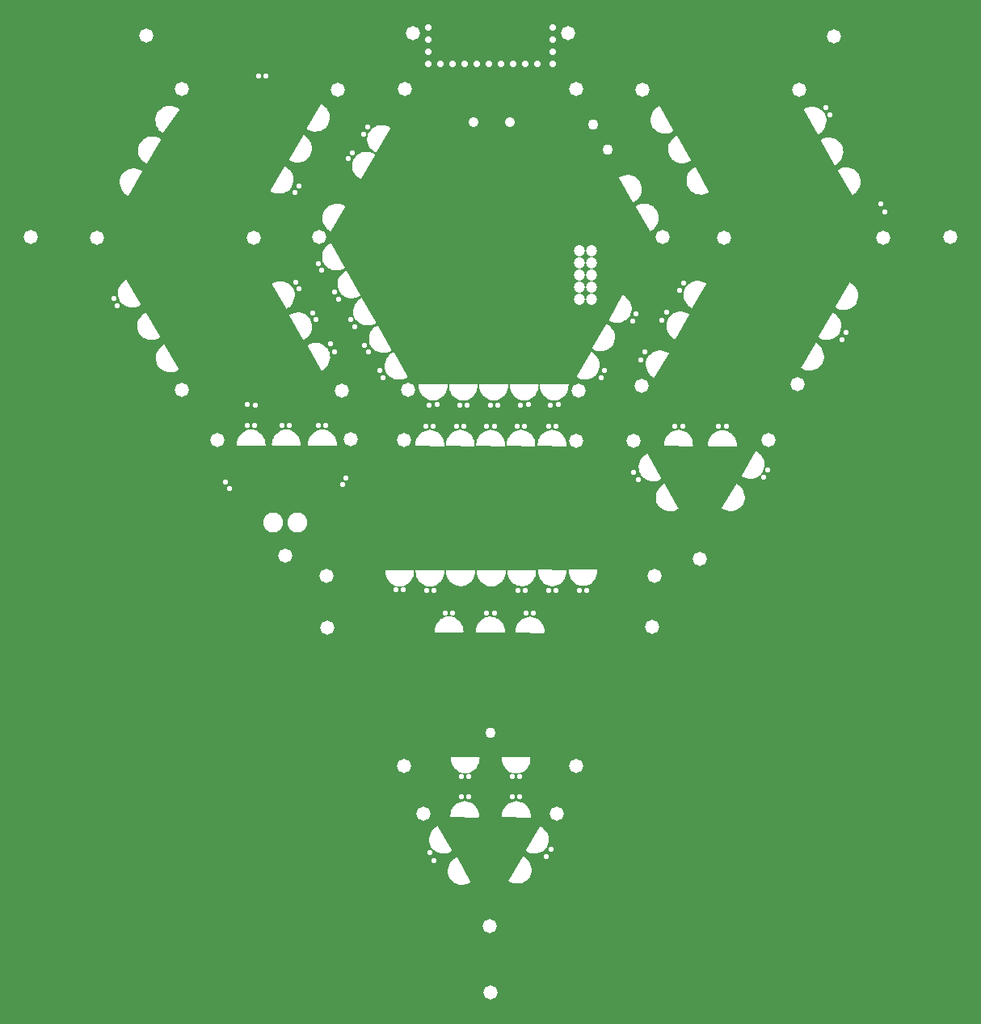
<source format=gbr>
G04 EAGLE Gerber RS-274X export*
G75*
%MOMM*%
%FSLAX34Y34*%
%LPD*%
%INSoldermask Bottom*%
%IPNEG*%
%AMOC8*
5,1,8,0,0,1.08239X$1,22.5*%
G01*
%ADD10C,1.473200*%
%ADD11C,0.711200*%
%ADD12C,0.584200*%
%ADD13C,1.053200*%
%ADD14C,1.203200*%
%ADD15C,2.082800*%
%ADD16C,1.103200*%

G36*
X689742Y938159D02*
X689742Y938159D01*
X689844Y938161D01*
X692412Y938489D01*
X692442Y938498D01*
X692541Y938517D01*
X695013Y939286D01*
X695041Y939300D01*
X695136Y939336D01*
X697437Y940523D01*
X697464Y940543D01*
X697496Y940556D01*
X697521Y940579D01*
X697548Y940593D01*
X697587Y940634D01*
X697635Y940669D01*
X697654Y940697D01*
X697679Y940720D01*
X697696Y940749D01*
X697718Y940772D01*
X697741Y940822D01*
X697775Y940871D01*
X697785Y940904D01*
X697801Y940933D01*
X697808Y940966D01*
X697821Y940995D01*
X697827Y941051D01*
X697844Y941107D01*
X697842Y941141D01*
X697849Y941175D01*
X697845Y941208D01*
X697848Y941239D01*
X697836Y941295D01*
X697834Y941353D01*
X697822Y941385D01*
X697817Y941419D01*
X697801Y941457D01*
X697796Y941479D01*
X697780Y941507D01*
X697751Y941573D01*
X683722Y966483D01*
X683697Y966514D01*
X683680Y966549D01*
X683620Y966609D01*
X683568Y966675D01*
X683535Y966696D01*
X683507Y966725D01*
X683432Y966763D01*
X683361Y966808D01*
X683323Y966818D01*
X683287Y966835D01*
X683204Y966847D01*
X683122Y966868D01*
X683083Y966865D01*
X683044Y966871D01*
X682961Y966855D01*
X682877Y966849D01*
X682841Y966833D01*
X682802Y966826D01*
X682651Y966753D01*
X682651Y966752D01*
X680434Y965349D01*
X680411Y965328D01*
X680329Y965268D01*
X678389Y963501D01*
X678370Y963477D01*
X678299Y963404D01*
X676696Y961326D01*
X676681Y961299D01*
X676625Y961215D01*
X675407Y958891D01*
X675397Y958861D01*
X675355Y958768D01*
X674559Y956268D01*
X674555Y956237D01*
X674530Y956138D01*
X674181Y953538D01*
X674181Y953507D01*
X674174Y953405D01*
X674282Y950784D01*
X674288Y950753D01*
X674299Y950652D01*
X674859Y948089D01*
X674871Y948060D01*
X674899Y947962D01*
X675896Y945535D01*
X675904Y945522D01*
X675908Y945507D01*
X675995Y945363D01*
X677563Y943303D01*
X677585Y943282D01*
X677652Y943205D01*
X679554Y941449D01*
X679580Y941432D01*
X679659Y941368D01*
X681837Y939968D01*
X681865Y939956D01*
X681954Y939907D01*
X684342Y938907D01*
X684373Y938899D01*
X684469Y938866D01*
X686994Y938296D01*
X687025Y938294D01*
X687125Y938278D01*
X689711Y938155D01*
X689742Y938159D01*
G37*
G36*
X361765Y765894D02*
X361765Y765894D01*
X361866Y765895D01*
X364434Y766223D01*
X364464Y766232D01*
X364564Y766252D01*
X367036Y767021D01*
X367064Y767035D01*
X367159Y767071D01*
X369460Y768257D01*
X369487Y768278D01*
X369518Y768291D01*
X369544Y768313D01*
X369571Y768328D01*
X369609Y768368D01*
X369657Y768404D01*
X369677Y768432D01*
X369702Y768454D01*
X369719Y768484D01*
X369740Y768506D01*
X369764Y768557D01*
X369798Y768606D01*
X369807Y768639D01*
X369824Y768668D01*
X369830Y768701D01*
X369844Y768729D01*
X369850Y768785D01*
X369866Y768842D01*
X369865Y768876D01*
X369872Y768909D01*
X369867Y768942D01*
X369871Y768974D01*
X369859Y769029D01*
X369856Y769088D01*
X369844Y769120D01*
X369840Y769153D01*
X369823Y769192D01*
X369818Y769214D01*
X369802Y769242D01*
X369774Y769308D01*
X355744Y794218D01*
X355719Y794249D01*
X355702Y794284D01*
X355643Y794344D01*
X355590Y794410D01*
X355557Y794431D01*
X355529Y794459D01*
X355454Y794497D01*
X355383Y794543D01*
X355345Y794552D01*
X355310Y794570D01*
X355226Y794582D01*
X355145Y794603D01*
X355105Y794600D01*
X355066Y794605D01*
X354983Y794590D01*
X354900Y794583D01*
X354863Y794568D01*
X354824Y794561D01*
X354674Y794487D01*
X354673Y794487D01*
X352457Y793084D01*
X352433Y793063D01*
X352351Y793003D01*
X350412Y791236D01*
X350392Y791211D01*
X350322Y791138D01*
X348719Y789061D01*
X348704Y789033D01*
X348647Y788949D01*
X347429Y786625D01*
X347419Y786596D01*
X347378Y786503D01*
X346582Y784003D01*
X346577Y783972D01*
X346553Y783873D01*
X346203Y781273D01*
X346204Y781241D01*
X346197Y781140D01*
X346304Y778518D01*
X346310Y778488D01*
X346321Y778387D01*
X346882Y775823D01*
X346893Y775794D01*
X346921Y775697D01*
X347919Y773270D01*
X347927Y773257D01*
X347931Y773242D01*
X348017Y773098D01*
X349585Y771038D01*
X349608Y771017D01*
X349674Y770940D01*
X351576Y769184D01*
X351602Y769166D01*
X351681Y769102D01*
X353859Y767703D01*
X353888Y767691D01*
X353977Y767641D01*
X356365Y766641D01*
X356395Y766634D01*
X356491Y766601D01*
X359016Y766031D01*
X359048Y766029D01*
X359148Y766013D01*
X361734Y765890D01*
X361765Y765894D01*
G37*
G36*
X677233Y574304D02*
X677233Y574304D01*
X677334Y574306D01*
X679902Y574634D01*
X679932Y574643D01*
X680032Y574662D01*
X682504Y575431D01*
X682532Y575445D01*
X682627Y575481D01*
X684928Y576668D01*
X684955Y576688D01*
X684986Y576701D01*
X685012Y576724D01*
X685039Y576738D01*
X685077Y576779D01*
X685125Y576814D01*
X685145Y576842D01*
X685170Y576865D01*
X685187Y576894D01*
X685208Y576917D01*
X685232Y576967D01*
X685266Y577016D01*
X685275Y577049D01*
X685292Y577078D01*
X685298Y577111D01*
X685312Y577140D01*
X685318Y577196D01*
X685334Y577252D01*
X685333Y577286D01*
X685340Y577320D01*
X685335Y577353D01*
X685339Y577384D01*
X685327Y577440D01*
X685324Y577498D01*
X685312Y577530D01*
X685308Y577564D01*
X685291Y577602D01*
X685286Y577624D01*
X685270Y577652D01*
X685242Y577718D01*
X671212Y602628D01*
X671187Y602659D01*
X671170Y602694D01*
X671111Y602754D01*
X671058Y602820D01*
X671025Y602841D01*
X670997Y602870D01*
X670922Y602908D01*
X670851Y602953D01*
X670813Y602963D01*
X670778Y602980D01*
X670694Y602992D01*
X670613Y603013D01*
X670573Y603010D01*
X670534Y603016D01*
X670451Y603000D01*
X670368Y602994D01*
X670331Y602978D01*
X670292Y602971D01*
X670142Y602898D01*
X670141Y602897D01*
X667925Y601494D01*
X667901Y601473D01*
X667819Y601413D01*
X665880Y599646D01*
X665860Y599622D01*
X665790Y599549D01*
X664187Y597471D01*
X664172Y597444D01*
X664115Y597360D01*
X662897Y595036D01*
X662887Y595006D01*
X662846Y594913D01*
X662050Y592413D01*
X662045Y592382D01*
X662021Y592283D01*
X661671Y589683D01*
X661672Y589652D01*
X661665Y589550D01*
X661772Y586929D01*
X661778Y586898D01*
X661789Y586797D01*
X662350Y584234D01*
X662361Y584205D01*
X662389Y584107D01*
X663387Y581680D01*
X663395Y581667D01*
X663399Y581652D01*
X663485Y581508D01*
X665053Y579448D01*
X665076Y579427D01*
X665142Y579350D01*
X667044Y577594D01*
X667070Y577577D01*
X667149Y577513D01*
X669327Y576113D01*
X669356Y576101D01*
X669445Y576052D01*
X671833Y575052D01*
X671863Y575044D01*
X671959Y575011D01*
X674484Y574441D01*
X674516Y574439D01*
X674616Y574423D01*
X677202Y574300D01*
X677233Y574304D01*
G37*
G36*
X394467Y708607D02*
X394467Y708607D01*
X394569Y708608D01*
X397137Y708936D01*
X397167Y708945D01*
X397266Y708964D01*
X399738Y709733D01*
X399766Y709747D01*
X399861Y709784D01*
X402162Y710970D01*
X402189Y710990D01*
X402221Y711004D01*
X402246Y711026D01*
X402273Y711041D01*
X402311Y711081D01*
X402360Y711117D01*
X402379Y711145D01*
X402404Y711167D01*
X402421Y711197D01*
X402443Y711219D01*
X402466Y711270D01*
X402500Y711319D01*
X402510Y711351D01*
X402526Y711381D01*
X402533Y711414D01*
X402546Y711442D01*
X402552Y711498D01*
X402569Y711555D01*
X402567Y711589D01*
X402574Y711622D01*
X402570Y711655D01*
X402573Y711687D01*
X402561Y711742D01*
X402559Y711801D01*
X402547Y711832D01*
X402542Y711866D01*
X402526Y711904D01*
X402521Y711927D01*
X402505Y711954D01*
X402476Y712020D01*
X388447Y736930D01*
X388422Y736961D01*
X388405Y736997D01*
X388345Y737057D01*
X388293Y737122D01*
X388260Y737144D01*
X388232Y737172D01*
X388157Y737210D01*
X388086Y737255D01*
X388048Y737265D01*
X388012Y737283D01*
X387929Y737295D01*
X387847Y737315D01*
X387808Y737312D01*
X387769Y737318D01*
X387686Y737303D01*
X387602Y737296D01*
X387566Y737281D01*
X387527Y737274D01*
X387376Y737200D01*
X385159Y735796D01*
X385136Y735776D01*
X385054Y735716D01*
X383114Y733949D01*
X383095Y733924D01*
X383024Y733851D01*
X381421Y731774D01*
X381406Y731746D01*
X381350Y731662D01*
X380132Y729338D01*
X380122Y729308D01*
X380080Y729216D01*
X379284Y726715D01*
X379280Y726684D01*
X379255Y726586D01*
X378906Y723985D01*
X378906Y723954D01*
X378899Y723853D01*
X379007Y721231D01*
X379013Y721200D01*
X379024Y721100D01*
X379584Y718536D01*
X379596Y718507D01*
X379624Y718410D01*
X380621Y715983D01*
X380629Y715970D01*
X380633Y715955D01*
X380720Y715811D01*
X382288Y713751D01*
X382310Y713729D01*
X382377Y713653D01*
X384279Y711896D01*
X384305Y711879D01*
X384384Y711815D01*
X386562Y710416D01*
X386590Y710403D01*
X386679Y710354D01*
X389067Y709354D01*
X389098Y709347D01*
X389194Y709314D01*
X391719Y708744D01*
X391750Y708742D01*
X391850Y708726D01*
X394436Y708603D01*
X394467Y708607D01*
G37*
G36*
X708157Y907171D02*
X708157Y907171D01*
X708259Y907173D01*
X710827Y907501D01*
X710857Y907510D01*
X710956Y907529D01*
X713428Y908298D01*
X713456Y908312D01*
X713551Y908348D01*
X715852Y909535D01*
X715879Y909555D01*
X715911Y909568D01*
X715936Y909591D01*
X715963Y909605D01*
X716001Y909646D01*
X716050Y909681D01*
X716069Y909709D01*
X716094Y909732D01*
X716111Y909761D01*
X716133Y909784D01*
X716156Y909834D01*
X716190Y909883D01*
X716200Y909916D01*
X716216Y909945D01*
X716223Y909978D01*
X716236Y910007D01*
X716242Y910063D01*
X716259Y910119D01*
X716257Y910153D01*
X716264Y910187D01*
X716260Y910220D01*
X716263Y910251D01*
X716251Y910307D01*
X716249Y910365D01*
X716237Y910397D01*
X716232Y910431D01*
X716216Y910469D01*
X716211Y910491D01*
X716195Y910519D01*
X716166Y910585D01*
X702137Y935495D01*
X702112Y935526D01*
X702095Y935561D01*
X702035Y935621D01*
X701983Y935687D01*
X701950Y935708D01*
X701922Y935737D01*
X701847Y935775D01*
X701776Y935820D01*
X701738Y935830D01*
X701702Y935847D01*
X701619Y935859D01*
X701537Y935880D01*
X701498Y935877D01*
X701459Y935883D01*
X701376Y935867D01*
X701292Y935861D01*
X701256Y935845D01*
X701217Y935838D01*
X701066Y935765D01*
X701066Y935764D01*
X698849Y934361D01*
X698826Y934340D01*
X698744Y934280D01*
X696804Y932513D01*
X696785Y932489D01*
X696714Y932416D01*
X695111Y930338D01*
X695096Y930311D01*
X695040Y930227D01*
X693822Y927903D01*
X693812Y927873D01*
X693770Y927780D01*
X692974Y925280D01*
X692970Y925249D01*
X692945Y925150D01*
X692596Y922550D01*
X692596Y922519D01*
X692589Y922417D01*
X692697Y919796D01*
X692703Y919765D01*
X692714Y919664D01*
X693274Y917101D01*
X693286Y917072D01*
X693314Y916974D01*
X694311Y914547D01*
X694319Y914534D01*
X694323Y914519D01*
X694410Y914375D01*
X695978Y912315D01*
X696000Y912294D01*
X696067Y912217D01*
X697969Y910461D01*
X697995Y910444D01*
X698074Y910380D01*
X700252Y908980D01*
X700280Y908968D01*
X700369Y908919D01*
X702757Y907919D01*
X702788Y907911D01*
X702884Y907878D01*
X705409Y907308D01*
X705440Y907306D01*
X705540Y907290D01*
X708126Y907167D01*
X708157Y907171D01*
G37*
G36*
X171328Y688350D02*
X171328Y688350D01*
X171430Y688352D01*
X173998Y688680D01*
X174028Y688689D01*
X174127Y688708D01*
X176599Y689477D01*
X176627Y689491D01*
X176722Y689527D01*
X179023Y690714D01*
X179050Y690734D01*
X179082Y690747D01*
X179107Y690770D01*
X179134Y690784D01*
X179172Y690825D01*
X179221Y690860D01*
X179240Y690888D01*
X179265Y690911D01*
X179282Y690940D01*
X179304Y690963D01*
X179327Y691013D01*
X179361Y691062D01*
X179371Y691095D01*
X179387Y691124D01*
X179394Y691157D01*
X179407Y691186D01*
X179413Y691242D01*
X179430Y691298D01*
X179428Y691332D01*
X179435Y691366D01*
X179431Y691399D01*
X179434Y691430D01*
X179422Y691486D01*
X179420Y691544D01*
X179408Y691576D01*
X179403Y691610D01*
X179387Y691648D01*
X179382Y691670D01*
X179366Y691698D01*
X179337Y691764D01*
X165308Y716674D01*
X165283Y716705D01*
X165266Y716740D01*
X165206Y716800D01*
X165154Y716866D01*
X165121Y716887D01*
X165093Y716916D01*
X165018Y716954D01*
X164947Y716999D01*
X164909Y717009D01*
X164873Y717026D01*
X164790Y717038D01*
X164708Y717059D01*
X164669Y717056D01*
X164630Y717062D01*
X164547Y717046D01*
X164463Y717040D01*
X164427Y717024D01*
X164388Y717017D01*
X164237Y716944D01*
X164237Y716943D01*
X162020Y715540D01*
X161997Y715519D01*
X161915Y715459D01*
X159975Y713692D01*
X159956Y713668D01*
X159885Y713595D01*
X158282Y711517D01*
X158267Y711490D01*
X158211Y711406D01*
X156993Y709082D01*
X156983Y709052D01*
X156941Y708959D01*
X156145Y706459D01*
X156141Y706428D01*
X156116Y706329D01*
X155767Y703729D01*
X155767Y703698D01*
X155760Y703596D01*
X155868Y700975D01*
X155874Y700944D01*
X155885Y700843D01*
X156445Y698280D01*
X156457Y698251D01*
X156485Y698153D01*
X157482Y695726D01*
X157490Y695713D01*
X157494Y695698D01*
X157581Y695554D01*
X159149Y693494D01*
X159171Y693473D01*
X159238Y693396D01*
X161140Y691640D01*
X161166Y691623D01*
X161245Y691559D01*
X163423Y690159D01*
X163451Y690147D01*
X163540Y690098D01*
X165928Y689098D01*
X165959Y689090D01*
X166055Y689057D01*
X168580Y688487D01*
X168611Y688485D01*
X168711Y688469D01*
X171297Y688346D01*
X171328Y688350D01*
G37*
G36*
X477271Y151902D02*
X477271Y151902D01*
X477373Y151904D01*
X479941Y152232D01*
X479971Y152241D01*
X480070Y152260D01*
X482542Y153029D01*
X482570Y153043D01*
X482665Y153079D01*
X484966Y154266D01*
X484993Y154286D01*
X485025Y154299D01*
X485050Y154322D01*
X485077Y154336D01*
X485115Y154377D01*
X485164Y154412D01*
X485183Y154440D01*
X485208Y154463D01*
X485225Y154492D01*
X485247Y154515D01*
X485270Y154565D01*
X485304Y154614D01*
X485314Y154647D01*
X485330Y154676D01*
X485337Y154709D01*
X485350Y154738D01*
X485356Y154794D01*
X485373Y154850D01*
X485371Y154884D01*
X485378Y154918D01*
X485374Y154951D01*
X485377Y154982D01*
X485365Y155038D01*
X485363Y155096D01*
X485351Y155128D01*
X485346Y155162D01*
X485330Y155200D01*
X485325Y155222D01*
X485309Y155250D01*
X485280Y155316D01*
X471251Y180226D01*
X471226Y180257D01*
X471209Y180292D01*
X471149Y180352D01*
X471097Y180418D01*
X471064Y180439D01*
X471036Y180468D01*
X470961Y180506D01*
X470890Y180551D01*
X470852Y180561D01*
X470816Y180578D01*
X470733Y180590D01*
X470651Y180611D01*
X470612Y180608D01*
X470573Y180614D01*
X470490Y180598D01*
X470406Y180592D01*
X470370Y180576D01*
X470331Y180569D01*
X470180Y180496D01*
X470180Y180495D01*
X467963Y179092D01*
X467940Y179071D01*
X467858Y179011D01*
X465918Y177244D01*
X465899Y177220D01*
X465828Y177147D01*
X464225Y175069D01*
X464210Y175042D01*
X464154Y174958D01*
X462936Y172634D01*
X462926Y172604D01*
X462884Y172511D01*
X462088Y170011D01*
X462084Y169980D01*
X462059Y169881D01*
X461710Y167281D01*
X461710Y167250D01*
X461703Y167148D01*
X461811Y164527D01*
X461817Y164496D01*
X461828Y164395D01*
X462388Y161832D01*
X462400Y161803D01*
X462428Y161705D01*
X463425Y159278D01*
X463433Y159265D01*
X463437Y159250D01*
X463524Y159106D01*
X465092Y157046D01*
X465114Y157025D01*
X465181Y156948D01*
X467083Y155192D01*
X467109Y155175D01*
X467188Y155111D01*
X469366Y153711D01*
X469394Y153699D01*
X469483Y153650D01*
X471871Y152650D01*
X471902Y152642D01*
X471998Y152609D01*
X474523Y152039D01*
X474554Y152037D01*
X474654Y152021D01*
X477240Y151898D01*
X477271Y151902D01*
G37*
G36*
X727207Y874342D02*
X727207Y874342D01*
X727309Y874343D01*
X729877Y874671D01*
X729907Y874680D01*
X730006Y874699D01*
X732478Y875468D01*
X732506Y875482D01*
X732601Y875519D01*
X734902Y876705D01*
X734929Y876725D01*
X734961Y876739D01*
X734986Y876761D01*
X735013Y876776D01*
X735051Y876816D01*
X735100Y876852D01*
X735119Y876880D01*
X735144Y876902D01*
X735161Y876932D01*
X735183Y876954D01*
X735206Y877005D01*
X735240Y877054D01*
X735250Y877086D01*
X735266Y877116D01*
X735273Y877149D01*
X735286Y877177D01*
X735292Y877233D01*
X735309Y877290D01*
X735307Y877324D01*
X735314Y877357D01*
X735310Y877390D01*
X735313Y877422D01*
X735301Y877477D01*
X735299Y877536D01*
X735287Y877567D01*
X735282Y877601D01*
X735266Y877639D01*
X735261Y877662D01*
X735245Y877689D01*
X735216Y877755D01*
X721187Y902665D01*
X721162Y902696D01*
X721145Y902732D01*
X721085Y902792D01*
X721033Y902857D01*
X721000Y902879D01*
X720972Y902907D01*
X720897Y902945D01*
X720826Y902990D01*
X720788Y903000D01*
X720752Y903018D01*
X720669Y903030D01*
X720587Y903050D01*
X720548Y903047D01*
X720509Y903053D01*
X720426Y903038D01*
X720342Y903031D01*
X720306Y903016D01*
X720267Y903009D01*
X720116Y902935D01*
X717899Y901531D01*
X717876Y901511D01*
X717794Y901451D01*
X715854Y899684D01*
X715835Y899659D01*
X715764Y899586D01*
X714161Y897509D01*
X714146Y897481D01*
X714090Y897397D01*
X712872Y895073D01*
X712862Y895043D01*
X712820Y894951D01*
X712024Y892450D01*
X712020Y892419D01*
X711995Y892321D01*
X711646Y889720D01*
X711646Y889689D01*
X711639Y889588D01*
X711747Y886966D01*
X711753Y886935D01*
X711764Y886835D01*
X712324Y884271D01*
X712336Y884242D01*
X712364Y884145D01*
X713361Y881718D01*
X713369Y881705D01*
X713373Y881690D01*
X713460Y881546D01*
X715028Y879486D01*
X715050Y879464D01*
X715117Y879388D01*
X717019Y877631D01*
X717045Y877614D01*
X717124Y877550D01*
X719302Y876151D01*
X719330Y876138D01*
X719419Y876089D01*
X721807Y875089D01*
X721838Y875082D01*
X721934Y875049D01*
X724459Y874479D01*
X724490Y874477D01*
X724590Y874461D01*
X727176Y874338D01*
X727207Y874342D01*
G37*
G36*
X411231Y680603D02*
X411231Y680603D01*
X411333Y680605D01*
X413901Y680933D01*
X413931Y680942D01*
X414030Y680961D01*
X416502Y681730D01*
X416530Y681744D01*
X416625Y681780D01*
X418926Y682967D01*
X418953Y682987D01*
X418985Y683000D01*
X419010Y683023D01*
X419037Y683037D01*
X419075Y683078D01*
X419124Y683113D01*
X419143Y683141D01*
X419168Y683164D01*
X419185Y683193D01*
X419207Y683216D01*
X419230Y683266D01*
X419264Y683315D01*
X419274Y683348D01*
X419290Y683377D01*
X419297Y683410D01*
X419310Y683439D01*
X419316Y683495D01*
X419333Y683551D01*
X419331Y683585D01*
X419338Y683619D01*
X419334Y683652D01*
X419337Y683683D01*
X419325Y683739D01*
X419323Y683797D01*
X419311Y683829D01*
X419306Y683863D01*
X419290Y683901D01*
X419285Y683923D01*
X419269Y683951D01*
X419240Y684017D01*
X405211Y708927D01*
X405186Y708958D01*
X405169Y708993D01*
X405109Y709053D01*
X405057Y709119D01*
X405024Y709140D01*
X404996Y709169D01*
X404921Y709207D01*
X404850Y709252D01*
X404812Y709262D01*
X404776Y709279D01*
X404693Y709291D01*
X404611Y709312D01*
X404572Y709309D01*
X404533Y709315D01*
X404450Y709299D01*
X404366Y709293D01*
X404330Y709277D01*
X404291Y709270D01*
X404140Y709197D01*
X404140Y709196D01*
X401923Y707793D01*
X401900Y707772D01*
X401818Y707712D01*
X399878Y705945D01*
X399859Y705921D01*
X399788Y705848D01*
X398185Y703770D01*
X398170Y703743D01*
X398114Y703659D01*
X396896Y701335D01*
X396886Y701305D01*
X396844Y701212D01*
X396048Y698712D01*
X396044Y698681D01*
X396019Y698582D01*
X395670Y695982D01*
X395670Y695951D01*
X395663Y695849D01*
X395771Y693228D01*
X395777Y693197D01*
X395788Y693096D01*
X396348Y690533D01*
X396360Y690504D01*
X396388Y690406D01*
X397385Y687979D01*
X397393Y687966D01*
X397397Y687951D01*
X397484Y687807D01*
X399052Y685747D01*
X399074Y685726D01*
X399141Y685649D01*
X401043Y683893D01*
X401069Y683876D01*
X401148Y683812D01*
X403326Y682412D01*
X403354Y682400D01*
X403443Y682351D01*
X405831Y681351D01*
X405862Y681343D01*
X405958Y681310D01*
X408483Y680740D01*
X408514Y680738D01*
X408614Y680722D01*
X411200Y680599D01*
X411231Y680603D01*
G37*
G36*
X457650Y184732D02*
X457650Y184732D01*
X457751Y184733D01*
X460319Y185061D01*
X460349Y185070D01*
X460449Y185089D01*
X462921Y185858D01*
X462949Y185872D01*
X463044Y185909D01*
X465345Y187095D01*
X465372Y187115D01*
X465403Y187129D01*
X465429Y187151D01*
X465456Y187166D01*
X465494Y187206D01*
X465542Y187242D01*
X465562Y187270D01*
X465587Y187292D01*
X465604Y187322D01*
X465625Y187344D01*
X465649Y187395D01*
X465683Y187444D01*
X465692Y187476D01*
X465709Y187506D01*
X465715Y187539D01*
X465729Y187567D01*
X465735Y187623D01*
X465751Y187680D01*
X465750Y187714D01*
X465757Y187747D01*
X465752Y187780D01*
X465756Y187812D01*
X465744Y187867D01*
X465741Y187926D01*
X465729Y187957D01*
X465725Y187991D01*
X465708Y188029D01*
X465703Y188052D01*
X465687Y188079D01*
X465659Y188145D01*
X451629Y213055D01*
X451604Y213086D01*
X451587Y213122D01*
X451528Y213182D01*
X451475Y213247D01*
X451442Y213269D01*
X451414Y213297D01*
X451339Y213335D01*
X451268Y213380D01*
X451230Y213390D01*
X451195Y213408D01*
X451111Y213420D01*
X451030Y213440D01*
X450990Y213437D01*
X450951Y213443D01*
X450868Y213428D01*
X450785Y213421D01*
X450748Y213406D01*
X450709Y213399D01*
X450559Y213325D01*
X450558Y213325D01*
X448342Y211921D01*
X448318Y211901D01*
X448236Y211841D01*
X446297Y210074D01*
X446277Y210049D01*
X446207Y209976D01*
X444604Y207899D01*
X444589Y207871D01*
X444532Y207787D01*
X443314Y205463D01*
X443304Y205433D01*
X443263Y205341D01*
X442467Y202840D01*
X442462Y202809D01*
X442438Y202711D01*
X442088Y200110D01*
X442089Y200079D01*
X442082Y199978D01*
X442189Y197356D01*
X442195Y197325D01*
X442206Y197225D01*
X442767Y194661D01*
X442778Y194632D01*
X442806Y194535D01*
X443804Y192108D01*
X443812Y192095D01*
X443816Y192080D01*
X443902Y191936D01*
X445470Y189876D01*
X445493Y189854D01*
X445559Y189778D01*
X447461Y188021D01*
X447487Y188004D01*
X447566Y187940D01*
X449744Y186541D01*
X449773Y186528D01*
X449862Y186479D01*
X452250Y185479D01*
X452280Y185472D01*
X452376Y185439D01*
X454901Y184869D01*
X454933Y184867D01*
X455033Y184851D01*
X457619Y184728D01*
X457650Y184732D01*
G37*
G36*
X345445Y794903D02*
X345445Y794903D01*
X345547Y794905D01*
X348115Y795233D01*
X348145Y795242D01*
X348244Y795261D01*
X350716Y796030D01*
X350744Y796044D01*
X350839Y796080D01*
X353140Y797267D01*
X353167Y797287D01*
X353199Y797300D01*
X353224Y797323D01*
X353251Y797337D01*
X353289Y797378D01*
X353338Y797413D01*
X353357Y797441D01*
X353382Y797464D01*
X353399Y797493D01*
X353421Y797516D01*
X353444Y797566D01*
X353478Y797615D01*
X353488Y797648D01*
X353504Y797677D01*
X353511Y797710D01*
X353524Y797739D01*
X353530Y797795D01*
X353547Y797851D01*
X353545Y797885D01*
X353552Y797919D01*
X353548Y797952D01*
X353551Y797983D01*
X353539Y798039D01*
X353537Y798097D01*
X353525Y798129D01*
X353520Y798163D01*
X353504Y798201D01*
X353499Y798223D01*
X353483Y798251D01*
X353454Y798317D01*
X339425Y823227D01*
X339400Y823258D01*
X339383Y823293D01*
X339323Y823353D01*
X339271Y823419D01*
X339238Y823440D01*
X339210Y823469D01*
X339135Y823507D01*
X339064Y823552D01*
X339026Y823562D01*
X338990Y823579D01*
X338907Y823591D01*
X338825Y823612D01*
X338786Y823609D01*
X338747Y823615D01*
X338664Y823599D01*
X338580Y823593D01*
X338544Y823577D01*
X338505Y823570D01*
X338354Y823497D01*
X338354Y823496D01*
X336137Y822093D01*
X336114Y822072D01*
X336032Y822012D01*
X334092Y820245D01*
X334073Y820221D01*
X334002Y820148D01*
X332399Y818070D01*
X332384Y818043D01*
X332328Y817959D01*
X331110Y815635D01*
X331100Y815605D01*
X331058Y815512D01*
X330262Y813012D01*
X330258Y812981D01*
X330233Y812882D01*
X329884Y810282D01*
X329884Y810251D01*
X329877Y810149D01*
X329985Y807528D01*
X329991Y807497D01*
X330002Y807396D01*
X330562Y804833D01*
X330574Y804804D01*
X330602Y804706D01*
X331599Y802279D01*
X331607Y802266D01*
X331611Y802251D01*
X331698Y802107D01*
X333266Y800047D01*
X333288Y800026D01*
X333355Y799949D01*
X335257Y798193D01*
X335283Y798176D01*
X335362Y798112D01*
X337540Y796712D01*
X337568Y796700D01*
X337657Y796651D01*
X340045Y795651D01*
X340076Y795643D01*
X340172Y795610D01*
X342697Y795040D01*
X342728Y795038D01*
X342828Y795022D01*
X345414Y794899D01*
X345445Y794903D01*
G37*
G36*
X131450Y756168D02*
X131450Y756168D01*
X131552Y756170D01*
X134120Y756498D01*
X134150Y756507D01*
X134249Y756526D01*
X136721Y757295D01*
X136749Y757309D01*
X136844Y757345D01*
X139145Y758532D01*
X139172Y758552D01*
X139204Y758565D01*
X139229Y758588D01*
X139256Y758602D01*
X139294Y758643D01*
X139343Y758678D01*
X139362Y758706D01*
X139387Y758729D01*
X139404Y758758D01*
X139426Y758781D01*
X139449Y758831D01*
X139483Y758880D01*
X139493Y758913D01*
X139509Y758942D01*
X139516Y758975D01*
X139529Y759004D01*
X139535Y759060D01*
X139552Y759116D01*
X139550Y759150D01*
X139557Y759184D01*
X139553Y759217D01*
X139556Y759248D01*
X139544Y759304D01*
X139542Y759362D01*
X139530Y759394D01*
X139525Y759428D01*
X139509Y759466D01*
X139504Y759488D01*
X139488Y759516D01*
X139459Y759582D01*
X125430Y784492D01*
X125405Y784523D01*
X125388Y784558D01*
X125328Y784618D01*
X125276Y784684D01*
X125243Y784705D01*
X125215Y784734D01*
X125140Y784772D01*
X125069Y784817D01*
X125031Y784827D01*
X124995Y784844D01*
X124912Y784856D01*
X124830Y784877D01*
X124791Y784874D01*
X124752Y784880D01*
X124669Y784864D01*
X124585Y784858D01*
X124549Y784842D01*
X124510Y784835D01*
X124359Y784762D01*
X124359Y784761D01*
X122142Y783358D01*
X122119Y783337D01*
X122037Y783277D01*
X120097Y781510D01*
X120078Y781486D01*
X120007Y781413D01*
X118404Y779335D01*
X118389Y779308D01*
X118333Y779224D01*
X117115Y776900D01*
X117105Y776870D01*
X117063Y776777D01*
X116267Y774277D01*
X116263Y774246D01*
X116238Y774147D01*
X115889Y771547D01*
X115889Y771516D01*
X115882Y771414D01*
X115990Y768793D01*
X115996Y768762D01*
X116007Y768661D01*
X116567Y766098D01*
X116579Y766069D01*
X116607Y765971D01*
X117604Y763544D01*
X117612Y763531D01*
X117616Y763516D01*
X117703Y763372D01*
X119271Y761312D01*
X119293Y761291D01*
X119360Y761214D01*
X121262Y759458D01*
X121288Y759441D01*
X121367Y759377D01*
X123545Y757977D01*
X123573Y757965D01*
X123662Y757916D01*
X126050Y756916D01*
X126081Y756908D01*
X126177Y756875D01*
X128702Y756305D01*
X128733Y756303D01*
X128833Y756287D01*
X131419Y756164D01*
X131450Y756168D01*
G37*
G36*
X378084Y737372D02*
X378084Y737372D01*
X378186Y737374D01*
X380754Y737702D01*
X380784Y737711D01*
X380883Y737730D01*
X383355Y738499D01*
X383383Y738513D01*
X383478Y738549D01*
X385779Y739736D01*
X385806Y739756D01*
X385838Y739769D01*
X385863Y739792D01*
X385890Y739806D01*
X385928Y739847D01*
X385977Y739882D01*
X385996Y739910D01*
X386021Y739933D01*
X386038Y739962D01*
X386060Y739985D01*
X386083Y740035D01*
X386117Y740084D01*
X386127Y740117D01*
X386143Y740146D01*
X386150Y740179D01*
X386163Y740208D01*
X386169Y740264D01*
X386186Y740320D01*
X386184Y740354D01*
X386191Y740388D01*
X386187Y740421D01*
X386190Y740452D01*
X386178Y740508D01*
X386176Y740566D01*
X386164Y740598D01*
X386159Y740632D01*
X386143Y740670D01*
X386138Y740692D01*
X386122Y740720D01*
X386093Y740786D01*
X372064Y765696D01*
X372039Y765727D01*
X372022Y765762D01*
X371962Y765822D01*
X371910Y765888D01*
X371877Y765909D01*
X371849Y765938D01*
X371774Y765976D01*
X371703Y766021D01*
X371665Y766031D01*
X371629Y766048D01*
X371546Y766060D01*
X371464Y766081D01*
X371425Y766078D01*
X371386Y766084D01*
X371303Y766068D01*
X371219Y766062D01*
X371183Y766046D01*
X371144Y766039D01*
X370993Y765966D01*
X370993Y765965D01*
X368776Y764562D01*
X368753Y764541D01*
X368671Y764481D01*
X366731Y762714D01*
X366712Y762690D01*
X366641Y762617D01*
X365038Y760539D01*
X365023Y760512D01*
X364967Y760428D01*
X363749Y758104D01*
X363739Y758074D01*
X363697Y757981D01*
X362901Y755481D01*
X362897Y755450D01*
X362872Y755351D01*
X362523Y752751D01*
X362523Y752720D01*
X362516Y752618D01*
X362624Y749997D01*
X362630Y749966D01*
X362641Y749865D01*
X363201Y747302D01*
X363213Y747273D01*
X363241Y747175D01*
X364238Y744748D01*
X364246Y744735D01*
X364250Y744720D01*
X364337Y744576D01*
X365905Y742516D01*
X365927Y742495D01*
X365994Y742418D01*
X367896Y740662D01*
X367922Y740645D01*
X368001Y740581D01*
X370179Y739181D01*
X370207Y739169D01*
X370296Y739120D01*
X372684Y738120D01*
X372715Y738112D01*
X372811Y738079D01*
X375336Y737509D01*
X375367Y737507D01*
X375467Y737491D01*
X378053Y737368D01*
X378084Y737372D01*
G37*
G36*
X695140Y542808D02*
X695140Y542808D01*
X695241Y542810D01*
X697809Y543138D01*
X697839Y543147D01*
X697939Y543166D01*
X700411Y543935D01*
X700439Y543949D01*
X700534Y543985D01*
X702835Y545172D01*
X702862Y545192D01*
X702893Y545205D01*
X702919Y545228D01*
X702946Y545242D01*
X702984Y545283D01*
X703032Y545318D01*
X703052Y545346D01*
X703077Y545369D01*
X703094Y545398D01*
X703115Y545421D01*
X703139Y545471D01*
X703173Y545520D01*
X703182Y545553D01*
X703199Y545582D01*
X703205Y545615D01*
X703219Y545644D01*
X703225Y545700D01*
X703241Y545756D01*
X703240Y545790D01*
X703247Y545824D01*
X703242Y545857D01*
X703246Y545888D01*
X703234Y545944D01*
X703231Y546002D01*
X703219Y546034D01*
X703215Y546068D01*
X703198Y546106D01*
X703193Y546128D01*
X703177Y546156D01*
X703149Y546222D01*
X689119Y571132D01*
X689094Y571163D01*
X689077Y571198D01*
X689018Y571258D01*
X688965Y571324D01*
X688932Y571345D01*
X688904Y571374D01*
X688829Y571412D01*
X688758Y571457D01*
X688720Y571467D01*
X688685Y571484D01*
X688601Y571496D01*
X688520Y571517D01*
X688480Y571514D01*
X688441Y571520D01*
X688358Y571504D01*
X688275Y571498D01*
X688238Y571482D01*
X688199Y571475D01*
X688049Y571402D01*
X688048Y571401D01*
X685832Y569998D01*
X685808Y569977D01*
X685726Y569917D01*
X683787Y568150D01*
X683767Y568126D01*
X683697Y568053D01*
X682094Y565975D01*
X682079Y565948D01*
X682022Y565864D01*
X680804Y563540D01*
X680794Y563510D01*
X680753Y563417D01*
X679957Y560917D01*
X679952Y560886D01*
X679928Y560787D01*
X679578Y558187D01*
X679579Y558156D01*
X679572Y558054D01*
X679679Y555433D01*
X679685Y555402D01*
X679696Y555301D01*
X680257Y552738D01*
X680268Y552709D01*
X680296Y552611D01*
X681294Y550184D01*
X681302Y550171D01*
X681306Y550156D01*
X681392Y550012D01*
X682960Y547952D01*
X682983Y547931D01*
X683049Y547854D01*
X684951Y546098D01*
X684977Y546081D01*
X685056Y546017D01*
X687234Y544617D01*
X687263Y544605D01*
X687352Y544556D01*
X689740Y543556D01*
X689770Y543548D01*
X689866Y543515D01*
X692391Y542945D01*
X692423Y542943D01*
X692523Y542927D01*
X695109Y542804D01*
X695140Y542808D01*
G37*
G36*
X151643Y722132D02*
X151643Y722132D01*
X151745Y722134D01*
X154313Y722462D01*
X154343Y722471D01*
X154442Y722490D01*
X156914Y723259D01*
X156942Y723273D01*
X157037Y723309D01*
X159338Y724496D01*
X159365Y724516D01*
X159397Y724529D01*
X159422Y724552D01*
X159449Y724566D01*
X159487Y724607D01*
X159536Y724642D01*
X159555Y724670D01*
X159580Y724693D01*
X159597Y724722D01*
X159619Y724745D01*
X159642Y724795D01*
X159676Y724844D01*
X159686Y724877D01*
X159702Y724906D01*
X159709Y724939D01*
X159722Y724968D01*
X159728Y725024D01*
X159745Y725080D01*
X159743Y725114D01*
X159750Y725148D01*
X159746Y725181D01*
X159749Y725212D01*
X159737Y725268D01*
X159735Y725326D01*
X159723Y725358D01*
X159718Y725392D01*
X159702Y725430D01*
X159697Y725452D01*
X159681Y725480D01*
X159652Y725546D01*
X145623Y750456D01*
X145598Y750487D01*
X145581Y750522D01*
X145521Y750582D01*
X145469Y750648D01*
X145436Y750669D01*
X145408Y750698D01*
X145333Y750736D01*
X145262Y750781D01*
X145224Y750791D01*
X145188Y750808D01*
X145105Y750820D01*
X145023Y750841D01*
X144984Y750838D01*
X144945Y750844D01*
X144862Y750828D01*
X144778Y750822D01*
X144742Y750806D01*
X144703Y750799D01*
X144552Y750726D01*
X144552Y750725D01*
X142335Y749322D01*
X142312Y749301D01*
X142230Y749241D01*
X140290Y747474D01*
X140271Y747450D01*
X140200Y747377D01*
X138597Y745299D01*
X138582Y745272D01*
X138526Y745188D01*
X137308Y742864D01*
X137298Y742834D01*
X137256Y742741D01*
X136460Y740241D01*
X136456Y740210D01*
X136431Y740111D01*
X136082Y737511D01*
X136082Y737480D01*
X136075Y737378D01*
X136183Y734757D01*
X136189Y734726D01*
X136200Y734625D01*
X136760Y732062D01*
X136772Y732033D01*
X136800Y731935D01*
X137797Y729508D01*
X137805Y729495D01*
X137809Y729480D01*
X137896Y729336D01*
X139464Y727276D01*
X139486Y727255D01*
X139553Y727178D01*
X141455Y725422D01*
X141481Y725405D01*
X141560Y725341D01*
X143738Y723941D01*
X143766Y723929D01*
X143855Y723880D01*
X146243Y722880D01*
X146274Y722872D01*
X146370Y722839D01*
X148895Y722269D01*
X148926Y722267D01*
X149026Y722251D01*
X151612Y722128D01*
X151643Y722132D01*
G37*
G36*
X477921Y658718D02*
X477921Y658718D01*
X480489Y659046D01*
X480519Y659055D01*
X480619Y659074D01*
X483091Y659843D01*
X483119Y659857D01*
X483214Y659893D01*
X485515Y661080D01*
X485540Y661099D01*
X485625Y661150D01*
X485626Y661150D01*
X485627Y661151D01*
X487687Y662719D01*
X487708Y662741D01*
X487785Y662808D01*
X489541Y664710D01*
X489558Y664736D01*
X489622Y664815D01*
X491022Y666993D01*
X491034Y667022D01*
X491083Y667110D01*
X492083Y669498D01*
X492091Y669529D01*
X492124Y669625D01*
X492694Y672150D01*
X492696Y672181D01*
X492712Y672281D01*
X492835Y674867D01*
X492831Y674901D01*
X492835Y674935D01*
X492817Y675022D01*
X492806Y675112D01*
X492792Y675142D01*
X492785Y675176D01*
X492740Y675253D01*
X492702Y675334D01*
X492678Y675359D01*
X492661Y675388D01*
X492594Y675447D01*
X492532Y675512D01*
X492502Y675528D01*
X492476Y675550D01*
X492393Y675584D01*
X492314Y675626D01*
X492280Y675631D01*
X492249Y675644D01*
X492082Y675665D01*
X463495Y675969D01*
X463455Y675963D01*
X463416Y675966D01*
X463335Y675945D01*
X463252Y675932D01*
X463216Y675914D01*
X463178Y675904D01*
X463108Y675858D01*
X463033Y675820D01*
X463005Y675791D01*
X462972Y675769D01*
X462920Y675703D01*
X462862Y675643D01*
X462845Y675607D01*
X462820Y675576D01*
X462792Y675497D01*
X462756Y675421D01*
X462751Y675382D01*
X462738Y675344D01*
X462726Y675177D01*
X462833Y672555D01*
X462839Y672525D01*
X462850Y672424D01*
X463411Y669861D01*
X463422Y669832D01*
X463450Y669734D01*
X464448Y667307D01*
X464464Y667280D01*
X464509Y667189D01*
X465912Y664972D01*
X465933Y664949D01*
X465993Y664867D01*
X467760Y662927D01*
X467785Y662908D01*
X467858Y662837D01*
X469935Y661234D01*
X469963Y661219D01*
X470047Y661162D01*
X472371Y659944D01*
X472400Y659935D01*
X472493Y659893D01*
X474993Y659097D01*
X475024Y659093D01*
X475123Y659068D01*
X477723Y658718D01*
X477739Y658719D01*
X477754Y658715D01*
X477921Y658718D01*
G37*
G36*
X541802Y658781D02*
X541802Y658781D01*
X544370Y659109D01*
X544400Y659118D01*
X544500Y659138D01*
X546972Y659906D01*
X547000Y659921D01*
X547095Y659957D01*
X549396Y661143D01*
X549421Y661162D01*
X549506Y661213D01*
X549507Y661214D01*
X549508Y661214D01*
X551568Y662782D01*
X551589Y662805D01*
X551666Y662871D01*
X553422Y664773D01*
X553439Y664799D01*
X553503Y664878D01*
X554903Y667056D01*
X554915Y667085D01*
X554964Y667174D01*
X555964Y669562D01*
X555972Y669592D01*
X556005Y669688D01*
X556575Y672213D01*
X556577Y672245D01*
X556593Y672345D01*
X556716Y674931D01*
X556712Y674965D01*
X556716Y674998D01*
X556698Y675086D01*
X556687Y675175D01*
X556673Y675206D01*
X556666Y675239D01*
X556621Y675317D01*
X556583Y675398D01*
X556559Y675422D01*
X556542Y675452D01*
X556475Y675511D01*
X556413Y675575D01*
X556383Y675591D01*
X556357Y675614D01*
X556274Y675648D01*
X556195Y675689D01*
X556161Y675695D01*
X556130Y675708D01*
X555963Y675728D01*
X527376Y676033D01*
X527336Y676027D01*
X527297Y676030D01*
X527216Y676009D01*
X527133Y675996D01*
X527097Y675978D01*
X527059Y675968D01*
X526989Y675922D01*
X526914Y675883D01*
X526886Y675855D01*
X526853Y675833D01*
X526801Y675767D01*
X526743Y675706D01*
X526726Y675671D01*
X526701Y675640D01*
X526673Y675560D01*
X526637Y675485D01*
X526632Y675445D01*
X526619Y675408D01*
X526607Y675241D01*
X526714Y672619D01*
X526720Y672588D01*
X526731Y672487D01*
X527292Y669924D01*
X527303Y669895D01*
X527331Y669797D01*
X528329Y667370D01*
X528345Y667344D01*
X528390Y667253D01*
X529793Y665036D01*
X529814Y665012D01*
X529874Y664930D01*
X531641Y662991D01*
X531666Y662971D01*
X531739Y662901D01*
X533816Y661298D01*
X533844Y661283D01*
X533928Y661226D01*
X536252Y660008D01*
X536281Y659998D01*
X536374Y659957D01*
X538874Y659161D01*
X538905Y659156D01*
X539004Y659132D01*
X541604Y658782D01*
X541620Y658782D01*
X541635Y658779D01*
X541802Y658781D01*
G37*
G36*
X446298Y658845D02*
X446298Y658845D01*
X448866Y659173D01*
X448896Y659182D01*
X448996Y659201D01*
X451468Y659970D01*
X451496Y659984D01*
X451591Y660020D01*
X453892Y661207D01*
X453917Y661226D01*
X454002Y661277D01*
X454003Y661277D01*
X454004Y661278D01*
X456064Y662846D01*
X456085Y662868D01*
X456162Y662935D01*
X457918Y664837D01*
X457935Y664863D01*
X457999Y664942D01*
X459399Y667120D01*
X459411Y667149D01*
X459460Y667237D01*
X460460Y669625D01*
X460468Y669656D01*
X460501Y669752D01*
X461071Y672277D01*
X461073Y672308D01*
X461089Y672408D01*
X461212Y674994D01*
X461208Y675028D01*
X461212Y675062D01*
X461194Y675149D01*
X461183Y675239D01*
X461169Y675269D01*
X461162Y675303D01*
X461117Y675380D01*
X461079Y675461D01*
X461055Y675486D01*
X461038Y675515D01*
X460971Y675574D01*
X460909Y675639D01*
X460879Y675655D01*
X460853Y675677D01*
X460770Y675711D01*
X460691Y675753D01*
X460657Y675758D01*
X460626Y675771D01*
X460459Y675792D01*
X431872Y676096D01*
X431832Y676090D01*
X431793Y676093D01*
X431712Y676072D01*
X431629Y676059D01*
X431593Y676041D01*
X431555Y676031D01*
X431485Y675985D01*
X431410Y675947D01*
X431382Y675918D01*
X431349Y675896D01*
X431297Y675830D01*
X431239Y675770D01*
X431222Y675734D01*
X431197Y675703D01*
X431169Y675624D01*
X431133Y675548D01*
X431128Y675509D01*
X431115Y675471D01*
X431103Y675304D01*
X431210Y672682D01*
X431216Y672652D01*
X431227Y672551D01*
X431788Y669988D01*
X431799Y669959D01*
X431827Y669861D01*
X432825Y667434D01*
X432841Y667407D01*
X432886Y667316D01*
X434289Y665099D01*
X434310Y665076D01*
X434370Y664994D01*
X436137Y663054D01*
X436162Y663035D01*
X436235Y662964D01*
X438312Y661361D01*
X438340Y661346D01*
X438424Y661289D01*
X440748Y660071D01*
X440777Y660062D01*
X440870Y660020D01*
X443370Y659224D01*
X443401Y659220D01*
X443500Y659195D01*
X446100Y658845D01*
X446116Y658846D01*
X446131Y658842D01*
X446298Y658845D01*
G37*
G36*
X509798Y658845D02*
X509798Y658845D01*
X512366Y659173D01*
X512396Y659182D01*
X512496Y659201D01*
X514968Y659970D01*
X514996Y659984D01*
X515091Y660020D01*
X517392Y661207D01*
X517417Y661226D01*
X517502Y661277D01*
X517503Y661277D01*
X517504Y661278D01*
X519564Y662846D01*
X519585Y662868D01*
X519662Y662935D01*
X521418Y664837D01*
X521435Y664863D01*
X521499Y664942D01*
X522899Y667120D01*
X522911Y667149D01*
X522960Y667237D01*
X523960Y669625D01*
X523968Y669656D01*
X524001Y669752D01*
X524571Y672277D01*
X524573Y672308D01*
X524589Y672408D01*
X524712Y674994D01*
X524708Y675028D01*
X524712Y675062D01*
X524694Y675149D01*
X524683Y675239D01*
X524669Y675269D01*
X524662Y675303D01*
X524617Y675380D01*
X524579Y675461D01*
X524555Y675486D01*
X524538Y675515D01*
X524471Y675574D01*
X524409Y675639D01*
X524379Y675655D01*
X524353Y675677D01*
X524270Y675711D01*
X524191Y675753D01*
X524157Y675758D01*
X524126Y675771D01*
X523959Y675792D01*
X495372Y676096D01*
X495332Y676090D01*
X495293Y676093D01*
X495212Y676072D01*
X495129Y676059D01*
X495093Y676041D01*
X495055Y676031D01*
X494985Y675985D01*
X494910Y675947D01*
X494882Y675918D01*
X494849Y675896D01*
X494797Y675830D01*
X494739Y675770D01*
X494722Y675734D01*
X494697Y675703D01*
X494669Y675624D01*
X494633Y675548D01*
X494628Y675509D01*
X494615Y675471D01*
X494603Y675304D01*
X494710Y672682D01*
X494716Y672652D01*
X494727Y672551D01*
X495288Y669988D01*
X495299Y669959D01*
X495327Y669861D01*
X496325Y667434D01*
X496341Y667407D01*
X496386Y667316D01*
X497789Y665099D01*
X497810Y665076D01*
X497870Y664994D01*
X499637Y663054D01*
X499662Y663035D01*
X499735Y662964D01*
X501812Y661361D01*
X501840Y661346D01*
X501924Y661289D01*
X504248Y660071D01*
X504277Y660062D01*
X504370Y660020D01*
X506870Y659224D01*
X506901Y659220D01*
X507000Y659195D01*
X509600Y658845D01*
X509616Y658846D01*
X509631Y658842D01*
X509798Y658845D01*
G37*
G36*
X533230Y268256D02*
X533230Y268256D01*
X535798Y268584D01*
X535828Y268593D01*
X535927Y268613D01*
X538399Y269381D01*
X538428Y269396D01*
X538522Y269432D01*
X540823Y270618D01*
X540848Y270637D01*
X540933Y270688D01*
X540935Y270689D01*
X542995Y272257D01*
X543017Y272280D01*
X543093Y272346D01*
X544850Y274248D01*
X544867Y274274D01*
X544931Y274353D01*
X546330Y276531D01*
X546343Y276560D01*
X546392Y276649D01*
X547392Y279037D01*
X547399Y279067D01*
X547432Y279163D01*
X548002Y281688D01*
X548004Y281720D01*
X548020Y281820D01*
X548143Y284406D01*
X548139Y284440D01*
X548143Y284473D01*
X548125Y284561D01*
X548115Y284650D01*
X548101Y284681D01*
X548094Y284714D01*
X548049Y284792D01*
X548010Y284873D01*
X547987Y284897D01*
X547970Y284927D01*
X547902Y284986D01*
X547840Y285050D01*
X547810Y285066D01*
X547785Y285089D01*
X547702Y285123D01*
X547622Y285164D01*
X547589Y285170D01*
X547557Y285183D01*
X547391Y285203D01*
X518803Y285508D01*
X518764Y285502D01*
X518725Y285505D01*
X518643Y285484D01*
X518560Y285471D01*
X518525Y285453D01*
X518487Y285443D01*
X518416Y285397D01*
X518341Y285358D01*
X518314Y285330D01*
X518281Y285308D01*
X518229Y285242D01*
X518170Y285181D01*
X518153Y285146D01*
X518129Y285115D01*
X518100Y285035D01*
X518064Y284960D01*
X518059Y284920D01*
X518046Y284883D01*
X518034Y284716D01*
X518142Y282094D01*
X518148Y282063D01*
X518159Y281962D01*
X518719Y279399D01*
X518731Y279370D01*
X518759Y279272D01*
X519756Y276845D01*
X519773Y276819D01*
X519817Y276728D01*
X521221Y274511D01*
X521242Y274487D01*
X521301Y274405D01*
X523069Y272466D01*
X523093Y272446D01*
X523166Y272376D01*
X525243Y270773D01*
X525271Y270758D01*
X525355Y270701D01*
X527679Y269483D01*
X527709Y269473D01*
X527802Y269432D01*
X530302Y268636D01*
X530333Y268631D01*
X530431Y268607D01*
X533032Y268257D01*
X533047Y268257D01*
X533062Y268254D01*
X533230Y268256D01*
G37*
G36*
X480017Y268510D02*
X480017Y268510D01*
X482585Y268838D01*
X482615Y268847D01*
X482714Y268867D01*
X485186Y269635D01*
X485215Y269650D01*
X485309Y269686D01*
X487610Y270872D01*
X487635Y270891D01*
X487720Y270942D01*
X487722Y270943D01*
X489782Y272511D01*
X489804Y272534D01*
X489880Y272600D01*
X491637Y274502D01*
X491654Y274528D01*
X491718Y274607D01*
X493117Y276785D01*
X493130Y276814D01*
X493179Y276903D01*
X494179Y279291D01*
X494186Y279321D01*
X494219Y279417D01*
X494789Y281942D01*
X494791Y281974D01*
X494807Y282074D01*
X494930Y284660D01*
X494926Y284694D01*
X494930Y284727D01*
X494912Y284815D01*
X494902Y284904D01*
X494888Y284935D01*
X494881Y284968D01*
X494836Y285046D01*
X494797Y285127D01*
X494774Y285151D01*
X494757Y285181D01*
X494689Y285240D01*
X494627Y285304D01*
X494597Y285320D01*
X494572Y285343D01*
X494489Y285377D01*
X494409Y285418D01*
X494376Y285424D01*
X494344Y285437D01*
X494178Y285457D01*
X465590Y285762D01*
X465551Y285756D01*
X465512Y285759D01*
X465430Y285738D01*
X465347Y285725D01*
X465312Y285707D01*
X465274Y285697D01*
X465203Y285651D01*
X465128Y285612D01*
X465101Y285584D01*
X465068Y285562D01*
X465016Y285496D01*
X464957Y285435D01*
X464940Y285400D01*
X464916Y285369D01*
X464887Y285289D01*
X464851Y285214D01*
X464846Y285174D01*
X464833Y285137D01*
X464821Y284970D01*
X464929Y282348D01*
X464935Y282317D01*
X464946Y282216D01*
X465506Y279653D01*
X465518Y279624D01*
X465546Y279526D01*
X466543Y277099D01*
X466560Y277073D01*
X466604Y276982D01*
X468008Y274765D01*
X468029Y274741D01*
X468088Y274659D01*
X469856Y272720D01*
X469880Y272700D01*
X469953Y272630D01*
X472030Y271027D01*
X472058Y271012D01*
X472142Y270955D01*
X474466Y269737D01*
X474496Y269727D01*
X474589Y269686D01*
X477089Y268890D01*
X477120Y268885D01*
X477218Y268861D01*
X479819Y268511D01*
X479834Y268511D01*
X479849Y268508D01*
X480017Y268510D01*
G37*
G36*
X443123Y464154D02*
X443123Y464154D01*
X445691Y464482D01*
X445721Y464491D01*
X445821Y464510D01*
X448293Y465279D01*
X448321Y465293D01*
X448416Y465329D01*
X450717Y466516D01*
X450742Y466535D01*
X450827Y466586D01*
X450828Y466586D01*
X450829Y466587D01*
X452889Y468155D01*
X452910Y468177D01*
X452987Y468244D01*
X454743Y470146D01*
X454760Y470172D01*
X454824Y470251D01*
X456224Y472429D01*
X456236Y472458D01*
X456285Y472546D01*
X457285Y474934D01*
X457293Y474965D01*
X457326Y475061D01*
X457896Y477586D01*
X457898Y477617D01*
X457914Y477717D01*
X458037Y480303D01*
X458033Y480337D01*
X458037Y480371D01*
X458019Y480458D01*
X458008Y480548D01*
X457994Y480578D01*
X457987Y480612D01*
X457942Y480689D01*
X457904Y480770D01*
X457880Y480795D01*
X457863Y480824D01*
X457796Y480883D01*
X457734Y480948D01*
X457704Y480964D01*
X457678Y480986D01*
X457595Y481020D01*
X457516Y481062D01*
X457482Y481067D01*
X457451Y481080D01*
X457284Y481101D01*
X428697Y481405D01*
X428657Y481399D01*
X428618Y481402D01*
X428537Y481381D01*
X428454Y481368D01*
X428418Y481350D01*
X428380Y481340D01*
X428310Y481294D01*
X428235Y481256D01*
X428207Y481227D01*
X428174Y481205D01*
X428122Y481139D01*
X428064Y481079D01*
X428047Y481043D01*
X428022Y481012D01*
X427994Y480933D01*
X427958Y480857D01*
X427953Y480818D01*
X427940Y480780D01*
X427928Y480613D01*
X428035Y477991D01*
X428041Y477961D01*
X428052Y477860D01*
X428613Y475297D01*
X428624Y475268D01*
X428652Y475170D01*
X429650Y472743D01*
X429666Y472716D01*
X429711Y472625D01*
X431114Y470408D01*
X431135Y470385D01*
X431195Y470303D01*
X432962Y468363D01*
X432987Y468344D01*
X433060Y468273D01*
X435137Y466670D01*
X435165Y466655D01*
X435249Y466598D01*
X437573Y465380D01*
X437602Y465371D01*
X437695Y465329D01*
X440195Y464533D01*
X440226Y464529D01*
X440325Y464504D01*
X442925Y464154D01*
X442941Y464155D01*
X442956Y464151D01*
X443123Y464154D01*
G37*
G36*
X507258Y464154D02*
X507258Y464154D01*
X509826Y464482D01*
X509856Y464491D01*
X509956Y464510D01*
X512428Y465279D01*
X512456Y465293D01*
X512551Y465329D01*
X514852Y466516D01*
X514877Y466535D01*
X514962Y466586D01*
X514963Y466586D01*
X514964Y466587D01*
X517024Y468155D01*
X517045Y468177D01*
X517122Y468244D01*
X518878Y470146D01*
X518895Y470172D01*
X518959Y470251D01*
X520359Y472429D01*
X520371Y472458D01*
X520420Y472546D01*
X521420Y474934D01*
X521428Y474965D01*
X521461Y475061D01*
X522031Y477586D01*
X522033Y477617D01*
X522049Y477717D01*
X522172Y480303D01*
X522168Y480337D01*
X522172Y480371D01*
X522154Y480458D01*
X522143Y480548D01*
X522129Y480578D01*
X522122Y480612D01*
X522077Y480689D01*
X522039Y480770D01*
X522015Y480795D01*
X521998Y480824D01*
X521931Y480883D01*
X521869Y480948D01*
X521839Y480964D01*
X521813Y480986D01*
X521730Y481020D01*
X521651Y481062D01*
X521617Y481067D01*
X521586Y481080D01*
X521419Y481101D01*
X492832Y481405D01*
X492792Y481399D01*
X492753Y481402D01*
X492672Y481381D01*
X492589Y481368D01*
X492553Y481350D01*
X492515Y481340D01*
X492445Y481294D01*
X492370Y481256D01*
X492342Y481227D01*
X492309Y481205D01*
X492257Y481139D01*
X492199Y481079D01*
X492182Y481043D01*
X492157Y481012D01*
X492129Y480933D01*
X492093Y480857D01*
X492088Y480818D01*
X492075Y480780D01*
X492063Y480613D01*
X492170Y477991D01*
X492176Y477961D01*
X492187Y477860D01*
X492748Y475297D01*
X492759Y475268D01*
X492787Y475170D01*
X493785Y472743D01*
X493801Y472716D01*
X493846Y472625D01*
X495249Y470408D01*
X495270Y470385D01*
X495330Y470303D01*
X497097Y468363D01*
X497122Y468344D01*
X497195Y468273D01*
X499272Y466670D01*
X499300Y466655D01*
X499384Y466598D01*
X501708Y465380D01*
X501737Y465371D01*
X501830Y465329D01*
X504330Y464533D01*
X504361Y464529D01*
X504460Y464504D01*
X507060Y464154D01*
X507076Y464155D01*
X507091Y464151D01*
X507258Y464154D01*
G37*
G36*
X411310Y464217D02*
X411310Y464217D01*
X413878Y464545D01*
X413908Y464554D01*
X414007Y464574D01*
X416479Y465342D01*
X416508Y465357D01*
X416602Y465393D01*
X418903Y466579D01*
X418928Y466598D01*
X419013Y466649D01*
X419015Y466650D01*
X421075Y468218D01*
X421097Y468241D01*
X421173Y468307D01*
X422930Y470209D01*
X422947Y470235D01*
X423011Y470314D01*
X424410Y472492D01*
X424423Y472521D01*
X424472Y472610D01*
X425472Y474998D01*
X425479Y475028D01*
X425512Y475124D01*
X426082Y477649D01*
X426084Y477681D01*
X426100Y477781D01*
X426223Y480367D01*
X426219Y480401D01*
X426223Y480434D01*
X426205Y480522D01*
X426195Y480611D01*
X426181Y480642D01*
X426174Y480675D01*
X426129Y480753D01*
X426090Y480834D01*
X426067Y480858D01*
X426050Y480888D01*
X425982Y480947D01*
X425920Y481011D01*
X425890Y481027D01*
X425865Y481050D01*
X425782Y481084D01*
X425702Y481125D01*
X425669Y481131D01*
X425637Y481144D01*
X425471Y481164D01*
X396883Y481469D01*
X396844Y481463D01*
X396805Y481466D01*
X396723Y481445D01*
X396640Y481432D01*
X396605Y481414D01*
X396567Y481404D01*
X396496Y481358D01*
X396421Y481319D01*
X396394Y481291D01*
X396361Y481269D01*
X396309Y481203D01*
X396250Y481142D01*
X396233Y481107D01*
X396209Y481076D01*
X396180Y480996D01*
X396144Y480921D01*
X396139Y480881D01*
X396126Y480844D01*
X396114Y480677D01*
X396222Y478055D01*
X396228Y478024D01*
X396239Y477923D01*
X396799Y475360D01*
X396811Y475331D01*
X396839Y475233D01*
X397836Y472806D01*
X397853Y472780D01*
X397897Y472689D01*
X399301Y470472D01*
X399322Y470448D01*
X399381Y470366D01*
X401149Y468427D01*
X401173Y468407D01*
X401246Y468337D01*
X403323Y466734D01*
X403351Y466719D01*
X403435Y466662D01*
X405759Y465444D01*
X405789Y465434D01*
X405882Y465393D01*
X408382Y464597D01*
X408413Y464592D01*
X408511Y464568D01*
X411112Y464218D01*
X411127Y464218D01*
X411142Y464215D01*
X411310Y464217D01*
G37*
G36*
X475127Y464281D02*
X475127Y464281D01*
X477695Y464609D01*
X477725Y464618D01*
X477825Y464637D01*
X480297Y465406D01*
X480325Y465420D01*
X480420Y465456D01*
X482721Y466643D01*
X482746Y466662D01*
X482831Y466713D01*
X482832Y466713D01*
X482833Y466714D01*
X484893Y468282D01*
X484914Y468304D01*
X484991Y468371D01*
X486747Y470273D01*
X486764Y470299D01*
X486828Y470378D01*
X488228Y472556D01*
X488240Y472585D01*
X488289Y472673D01*
X489289Y475061D01*
X489297Y475092D01*
X489330Y475188D01*
X489900Y477713D01*
X489902Y477744D01*
X489918Y477844D01*
X490041Y480430D01*
X490037Y480464D01*
X490041Y480498D01*
X490023Y480585D01*
X490012Y480675D01*
X489998Y480705D01*
X489991Y480739D01*
X489946Y480816D01*
X489908Y480897D01*
X489884Y480922D01*
X489867Y480951D01*
X489800Y481010D01*
X489738Y481075D01*
X489708Y481091D01*
X489682Y481113D01*
X489599Y481147D01*
X489520Y481189D01*
X489486Y481194D01*
X489455Y481207D01*
X489288Y481228D01*
X460701Y481532D01*
X460661Y481526D01*
X460622Y481529D01*
X460541Y481508D01*
X460458Y481495D01*
X460422Y481477D01*
X460384Y481467D01*
X460314Y481421D01*
X460239Y481383D01*
X460211Y481354D01*
X460178Y481332D01*
X460126Y481266D01*
X460068Y481206D01*
X460051Y481170D01*
X460026Y481139D01*
X459998Y481060D01*
X459962Y480984D01*
X459957Y480945D01*
X459944Y480907D01*
X459932Y480740D01*
X460039Y478118D01*
X460045Y478088D01*
X460056Y477987D01*
X460617Y475424D01*
X460628Y475395D01*
X460656Y475297D01*
X461654Y472870D01*
X461670Y472843D01*
X461715Y472752D01*
X463118Y470535D01*
X463139Y470512D01*
X463199Y470430D01*
X464966Y468490D01*
X464991Y468471D01*
X465064Y468400D01*
X467141Y466797D01*
X467169Y466782D01*
X467253Y466725D01*
X469577Y465507D01*
X469606Y465498D01*
X469699Y465456D01*
X472199Y464660D01*
X472230Y464656D01*
X472329Y464631D01*
X474929Y464281D01*
X474945Y464282D01*
X474960Y464278D01*
X475127Y464281D01*
G37*
G36*
X539199Y464281D02*
X539199Y464281D01*
X541767Y464609D01*
X541797Y464618D01*
X541896Y464637D01*
X544368Y465406D01*
X544397Y465420D01*
X544491Y465456D01*
X546792Y466643D01*
X546817Y466662D01*
X546902Y466713D01*
X546904Y466713D01*
X546904Y466714D01*
X548964Y468282D01*
X548986Y468304D01*
X549062Y468371D01*
X550819Y470273D01*
X550836Y470299D01*
X550900Y470378D01*
X552299Y472556D01*
X552312Y472585D01*
X552361Y472673D01*
X553361Y475061D01*
X553368Y475092D01*
X553401Y475188D01*
X553971Y477713D01*
X553973Y477744D01*
X553989Y477844D01*
X554112Y480430D01*
X554108Y480464D01*
X554112Y480498D01*
X554094Y480585D01*
X554084Y480675D01*
X554070Y480705D01*
X554063Y480739D01*
X554018Y480816D01*
X553979Y480897D01*
X553956Y480922D01*
X553939Y480951D01*
X553871Y481010D01*
X553809Y481075D01*
X553779Y481091D01*
X553754Y481113D01*
X553671Y481147D01*
X553591Y481189D01*
X553558Y481194D01*
X553526Y481207D01*
X553360Y481228D01*
X524772Y481532D01*
X524733Y481526D01*
X524694Y481529D01*
X524612Y481508D01*
X524529Y481495D01*
X524494Y481477D01*
X524456Y481467D01*
X524385Y481421D01*
X524310Y481383D01*
X524283Y481354D01*
X524250Y481332D01*
X524198Y481266D01*
X524139Y481206D01*
X524122Y481170D01*
X524098Y481139D01*
X524069Y481060D01*
X524033Y480984D01*
X524028Y480945D01*
X524015Y480907D01*
X524003Y480740D01*
X524111Y478118D01*
X524117Y478088D01*
X524128Y477987D01*
X524688Y475424D01*
X524700Y475395D01*
X524728Y475297D01*
X525725Y472870D01*
X525742Y472843D01*
X525786Y472752D01*
X527190Y470535D01*
X527211Y470512D01*
X527270Y470430D01*
X529038Y468490D01*
X529062Y468471D01*
X529135Y468400D01*
X531212Y466797D01*
X531240Y466782D01*
X531324Y466725D01*
X533648Y465507D01*
X533678Y465498D01*
X533771Y465456D01*
X536271Y464660D01*
X536302Y464656D01*
X536400Y464631D01*
X539001Y464281D01*
X539016Y464282D01*
X539031Y464278D01*
X539199Y464281D01*
G37*
G36*
X571266Y464535D02*
X571266Y464535D01*
X573834Y464863D01*
X573864Y464872D01*
X573964Y464891D01*
X576436Y465660D01*
X576464Y465674D01*
X576559Y465710D01*
X578860Y466897D01*
X578885Y466916D01*
X578970Y466967D01*
X578971Y466967D01*
X578972Y466968D01*
X581032Y468536D01*
X581053Y468558D01*
X581130Y468625D01*
X582886Y470527D01*
X582903Y470553D01*
X582967Y470632D01*
X584367Y472810D01*
X584379Y472839D01*
X584428Y472927D01*
X585428Y475315D01*
X585436Y475346D01*
X585469Y475442D01*
X586039Y477967D01*
X586041Y477998D01*
X586057Y478098D01*
X586180Y480684D01*
X586176Y480718D01*
X586180Y480752D01*
X586162Y480839D01*
X586151Y480929D01*
X586137Y480959D01*
X586130Y480993D01*
X586085Y481070D01*
X586047Y481151D01*
X586023Y481176D01*
X586006Y481205D01*
X585939Y481264D01*
X585877Y481329D01*
X585847Y481345D01*
X585821Y481367D01*
X585738Y481401D01*
X585659Y481443D01*
X585625Y481448D01*
X585594Y481461D01*
X585427Y481482D01*
X556840Y481786D01*
X556800Y481780D01*
X556761Y481783D01*
X556680Y481762D01*
X556597Y481749D01*
X556561Y481731D01*
X556523Y481721D01*
X556453Y481675D01*
X556378Y481637D01*
X556350Y481608D01*
X556317Y481586D01*
X556265Y481520D01*
X556207Y481460D01*
X556190Y481424D01*
X556165Y481393D01*
X556137Y481314D01*
X556101Y481238D01*
X556096Y481199D01*
X556083Y481161D01*
X556071Y480994D01*
X556178Y478372D01*
X556184Y478342D01*
X556195Y478241D01*
X556756Y475678D01*
X556767Y475649D01*
X556795Y475551D01*
X557793Y473124D01*
X557809Y473097D01*
X557854Y473006D01*
X559257Y470789D01*
X559278Y470766D01*
X559338Y470684D01*
X561105Y468744D01*
X561130Y468725D01*
X561203Y468654D01*
X563280Y467051D01*
X563308Y467036D01*
X563392Y466979D01*
X565716Y465761D01*
X565745Y465752D01*
X565838Y465710D01*
X568338Y464914D01*
X568369Y464910D01*
X568468Y464885D01*
X571068Y464535D01*
X571084Y464536D01*
X571099Y464532D01*
X571266Y464535D01*
G37*
G36*
X603376Y464647D02*
X603376Y464647D01*
X605944Y464975D01*
X605974Y464984D01*
X606074Y465003D01*
X608546Y465772D01*
X608574Y465786D01*
X608669Y465822D01*
X610970Y467009D01*
X610995Y467028D01*
X611080Y467079D01*
X611081Y467079D01*
X611081Y467080D01*
X611082Y467080D01*
X613142Y468648D01*
X613163Y468671D01*
X613240Y468737D01*
X614996Y470639D01*
X615013Y470665D01*
X615077Y470744D01*
X616477Y472922D01*
X616489Y472951D01*
X616538Y473040D01*
X617538Y475427D01*
X617546Y475458D01*
X617579Y475554D01*
X618149Y478079D01*
X618151Y478110D01*
X618167Y478211D01*
X618290Y480796D01*
X618286Y480830D01*
X618290Y480864D01*
X618272Y480952D01*
X618261Y481041D01*
X618247Y481072D01*
X618240Y481105D01*
X618195Y481182D01*
X618157Y481263D01*
X618133Y481288D01*
X618116Y481317D01*
X618049Y481376D01*
X617987Y481441D01*
X617957Y481457D01*
X617931Y481479D01*
X617848Y481514D01*
X617769Y481555D01*
X617735Y481561D01*
X617704Y481574D01*
X617537Y481594D01*
X588950Y481899D01*
X588910Y481893D01*
X588871Y481895D01*
X588790Y481874D01*
X588707Y481862D01*
X588671Y481843D01*
X588633Y481833D01*
X588563Y481787D01*
X588488Y481749D01*
X588460Y481720D01*
X588427Y481699D01*
X588375Y481632D01*
X588317Y481572D01*
X588300Y481537D01*
X588275Y481505D01*
X588247Y481426D01*
X588211Y481350D01*
X588206Y481311D01*
X588193Y481274D01*
X588181Y481106D01*
X588288Y478485D01*
X588294Y478454D01*
X588305Y478353D01*
X588866Y475790D01*
X588877Y475761D01*
X588905Y475663D01*
X589903Y473236D01*
X589919Y473209D01*
X589964Y473118D01*
X591367Y470901D01*
X591388Y470878D01*
X591448Y470796D01*
X593215Y468856D01*
X593240Y468837D01*
X593313Y468766D01*
X595390Y467163D01*
X595418Y467148D01*
X595502Y467092D01*
X597826Y465874D01*
X597855Y465864D01*
X597948Y465823D01*
X600448Y465027D01*
X600479Y465022D01*
X600578Y464997D01*
X603178Y464648D01*
X603194Y464648D01*
X603209Y464644D01*
X603376Y464647D01*
G37*
G36*
X573220Y658968D02*
X573220Y658968D01*
X575787Y659296D01*
X575817Y659305D01*
X575917Y659324D01*
X578389Y660093D01*
X578417Y660107D01*
X578512Y660143D01*
X580813Y661330D01*
X580838Y661348D01*
X580923Y661399D01*
X580924Y661400D01*
X580925Y661400D01*
X582985Y662969D01*
X583007Y662991D01*
X583083Y663058D01*
X584839Y664960D01*
X584857Y664986D01*
X584921Y665065D01*
X586320Y667243D01*
X586332Y667271D01*
X586382Y667360D01*
X587382Y669748D01*
X587389Y669778D01*
X587422Y669874D01*
X587992Y672400D01*
X587994Y672431D01*
X588010Y672531D01*
X588133Y675117D01*
X588129Y675151D01*
X588133Y675185D01*
X588115Y675272D01*
X588105Y675361D01*
X588090Y675392D01*
X588083Y675426D01*
X588038Y675503D01*
X588000Y675584D01*
X587977Y675609D01*
X587959Y675638D01*
X587892Y675697D01*
X587830Y675762D01*
X587800Y675778D01*
X587774Y675800D01*
X587692Y675834D01*
X587612Y675876D01*
X587578Y675881D01*
X587547Y675894D01*
X587381Y675914D01*
X558793Y676219D01*
X558754Y676213D01*
X558714Y676216D01*
X558633Y676195D01*
X558550Y676182D01*
X558515Y676164D01*
X558476Y676154D01*
X558406Y676108D01*
X558331Y676069D01*
X558304Y676041D01*
X558270Y676019D01*
X558218Y675953D01*
X558160Y675893D01*
X558143Y675857D01*
X558118Y675826D01*
X558090Y675747D01*
X558054Y675671D01*
X558049Y675632D01*
X558036Y675594D01*
X558024Y675427D01*
X558131Y672805D01*
X558138Y672774D01*
X558148Y672674D01*
X558709Y670110D01*
X558721Y670081D01*
X558749Y669984D01*
X559746Y667557D01*
X559762Y667530D01*
X559807Y667439D01*
X561211Y665222D01*
X561231Y665199D01*
X561291Y665116D01*
X563058Y663177D01*
X563083Y663158D01*
X563156Y663087D01*
X565233Y661484D01*
X565261Y661469D01*
X565345Y661412D01*
X567669Y660194D01*
X567699Y660184D01*
X567791Y660143D01*
X570292Y659347D01*
X570323Y659343D01*
X570421Y659318D01*
X573022Y658968D01*
X573037Y658969D01*
X573052Y658965D01*
X573220Y658968D01*
G37*
G36*
X489045Y610801D02*
X489045Y610801D01*
X489084Y610798D01*
X489165Y610819D01*
X489249Y610832D01*
X489284Y610850D01*
X489322Y610860D01*
X489392Y610906D01*
X489467Y610944D01*
X489495Y610973D01*
X489528Y610995D01*
X489580Y611061D01*
X489638Y611121D01*
X489655Y611157D01*
X489680Y611188D01*
X489708Y611267D01*
X489744Y611343D01*
X489749Y611382D01*
X489762Y611420D01*
X489774Y611587D01*
X489667Y614209D01*
X489661Y614239D01*
X489650Y614340D01*
X489089Y616903D01*
X489078Y616932D01*
X489050Y617030D01*
X488052Y619457D01*
X488036Y619484D01*
X487991Y619575D01*
X486588Y621792D01*
X486567Y621815D01*
X486507Y621897D01*
X484740Y623837D01*
X484715Y623856D01*
X484642Y623927D01*
X482565Y625530D01*
X482537Y625545D01*
X482453Y625602D01*
X480129Y626820D01*
X480100Y626829D01*
X480007Y626871D01*
X477507Y627667D01*
X477476Y627671D01*
X477377Y627696D01*
X474777Y628046D01*
X474761Y628045D01*
X474746Y628049D01*
X474579Y628046D01*
X472011Y627718D01*
X471981Y627709D01*
X471881Y627690D01*
X469409Y626921D01*
X469381Y626907D01*
X469286Y626871D01*
X466985Y625684D01*
X466960Y625666D01*
X466873Y625613D01*
X464813Y624045D01*
X464792Y624023D01*
X464715Y623956D01*
X462959Y622054D01*
X462942Y622028D01*
X462878Y621949D01*
X461478Y619771D01*
X461466Y619742D01*
X461417Y619654D01*
X460417Y617266D01*
X460409Y617235D01*
X460376Y617139D01*
X459806Y614614D01*
X459804Y614583D01*
X459788Y614483D01*
X459665Y611897D01*
X459669Y611863D01*
X459665Y611829D01*
X459683Y611742D01*
X459694Y611652D01*
X459708Y611622D01*
X459715Y611588D01*
X459760Y611511D01*
X459798Y611430D01*
X459822Y611405D01*
X459839Y611376D01*
X459906Y611317D01*
X459968Y611252D01*
X459998Y611236D01*
X460024Y611214D01*
X460107Y611180D01*
X460186Y611138D01*
X460220Y611133D01*
X460251Y611120D01*
X460418Y611099D01*
X489005Y610795D01*
X489045Y610801D01*
G37*
G36*
X457104Y610801D02*
X457104Y610801D01*
X457143Y610798D01*
X457225Y610819D01*
X457308Y610832D01*
X457343Y610850D01*
X457381Y610860D01*
X457452Y610906D01*
X457527Y610944D01*
X457554Y610973D01*
X457587Y610995D01*
X457639Y611061D01*
X457698Y611121D01*
X457715Y611157D01*
X457739Y611188D01*
X457768Y611267D01*
X457804Y611343D01*
X457809Y611382D01*
X457822Y611420D01*
X457834Y611587D01*
X457726Y614209D01*
X457720Y614239D01*
X457709Y614340D01*
X457149Y616903D01*
X457137Y616932D01*
X457109Y617030D01*
X456112Y619457D01*
X456095Y619484D01*
X456051Y619575D01*
X454647Y621792D01*
X454626Y621815D01*
X454567Y621897D01*
X452799Y623837D01*
X452775Y623856D01*
X452702Y623927D01*
X450625Y625530D01*
X450597Y625545D01*
X450513Y625602D01*
X448189Y626820D01*
X448159Y626829D01*
X448066Y626871D01*
X445566Y627667D01*
X445535Y627671D01*
X445437Y627696D01*
X442836Y628046D01*
X442821Y628045D01*
X442806Y628049D01*
X442638Y628046D01*
X440070Y627718D01*
X440040Y627709D01*
X439941Y627690D01*
X437469Y626921D01*
X437440Y626907D01*
X437346Y626871D01*
X435045Y625684D01*
X435020Y625666D01*
X434933Y625613D01*
X432873Y624045D01*
X432851Y624023D01*
X432775Y623956D01*
X431018Y622054D01*
X431001Y622028D01*
X430937Y621949D01*
X429538Y619771D01*
X429525Y619742D01*
X429476Y619654D01*
X428476Y617266D01*
X428469Y617235D01*
X428436Y617139D01*
X427866Y614614D01*
X427864Y614583D01*
X427848Y614483D01*
X427725Y611897D01*
X427729Y611863D01*
X427725Y611829D01*
X427743Y611742D01*
X427753Y611652D01*
X427768Y611622D01*
X427774Y611588D01*
X427820Y611511D01*
X427858Y611430D01*
X427881Y611405D01*
X427898Y611376D01*
X427966Y611317D01*
X428028Y611252D01*
X428058Y611236D01*
X428084Y611214D01*
X428166Y611180D01*
X428246Y611138D01*
X428279Y611133D01*
X428311Y611120D01*
X428477Y611099D01*
X457065Y610795D01*
X457104Y610801D01*
G37*
G36*
X763682Y610674D02*
X763682Y610674D01*
X763721Y610671D01*
X763803Y610692D01*
X763886Y610705D01*
X763921Y610723D01*
X763959Y610733D01*
X764030Y610779D01*
X764105Y610817D01*
X764132Y610846D01*
X764165Y610868D01*
X764217Y610934D01*
X764276Y610994D01*
X764293Y611030D01*
X764317Y611061D01*
X764346Y611140D01*
X764382Y611216D01*
X764387Y611255D01*
X764400Y611293D01*
X764412Y611460D01*
X764304Y614082D01*
X764298Y614112D01*
X764287Y614213D01*
X763727Y616776D01*
X763715Y616805D01*
X763687Y616903D01*
X762690Y619330D01*
X762673Y619357D01*
X762629Y619448D01*
X761225Y621665D01*
X761204Y621688D01*
X761145Y621770D01*
X759377Y623710D01*
X759353Y623729D01*
X759280Y623800D01*
X757203Y625403D01*
X757175Y625418D01*
X757091Y625475D01*
X754767Y626693D01*
X754737Y626702D01*
X754644Y626744D01*
X752144Y627540D01*
X752113Y627544D01*
X752015Y627569D01*
X749414Y627919D01*
X749399Y627918D01*
X749384Y627922D01*
X749216Y627919D01*
X746648Y627591D01*
X746618Y627582D01*
X746519Y627563D01*
X744047Y626794D01*
X744018Y626780D01*
X743924Y626744D01*
X741623Y625557D01*
X741598Y625539D01*
X741511Y625486D01*
X739451Y623918D01*
X739429Y623896D01*
X739353Y623829D01*
X737596Y621927D01*
X737579Y621901D01*
X737515Y621822D01*
X736116Y619644D01*
X736103Y619615D01*
X736054Y619527D01*
X735054Y617139D01*
X735047Y617108D01*
X735014Y617012D01*
X734444Y614487D01*
X734442Y614456D01*
X734426Y614356D01*
X734303Y611770D01*
X734307Y611736D01*
X734303Y611702D01*
X734321Y611615D01*
X734331Y611525D01*
X734346Y611495D01*
X734352Y611461D01*
X734398Y611384D01*
X734436Y611303D01*
X734459Y611278D01*
X734476Y611249D01*
X734544Y611190D01*
X734606Y611125D01*
X734636Y611109D01*
X734662Y611087D01*
X734744Y611053D01*
X734824Y611011D01*
X734857Y611006D01*
X734889Y610993D01*
X735055Y610972D01*
X763643Y610668D01*
X763682Y610674D01*
G37*
G36*
X477234Y415856D02*
X477234Y415856D01*
X477273Y415853D01*
X477354Y415874D01*
X477438Y415887D01*
X477473Y415905D01*
X477511Y415915D01*
X477581Y415961D01*
X477656Y415999D01*
X477684Y416028D01*
X477717Y416050D01*
X477769Y416116D01*
X477827Y416176D01*
X477844Y416212D01*
X477869Y416243D01*
X477897Y416322D01*
X477933Y416398D01*
X477938Y416437D01*
X477951Y416475D01*
X477963Y416642D01*
X477856Y419264D01*
X477850Y419294D01*
X477839Y419395D01*
X477278Y421958D01*
X477267Y421987D01*
X477239Y422085D01*
X476241Y424512D01*
X476225Y424539D01*
X476180Y424630D01*
X474777Y426847D01*
X474756Y426870D01*
X474696Y426952D01*
X472929Y428892D01*
X472904Y428911D01*
X472831Y428982D01*
X470754Y430585D01*
X470726Y430600D01*
X470642Y430657D01*
X468318Y431875D01*
X468289Y431884D01*
X468196Y431926D01*
X465696Y432722D01*
X465665Y432726D01*
X465566Y432751D01*
X462966Y433101D01*
X462950Y433100D01*
X462935Y433104D01*
X462768Y433101D01*
X460200Y432773D01*
X460170Y432764D01*
X460070Y432745D01*
X457598Y431976D01*
X457570Y431962D01*
X457475Y431926D01*
X455174Y430739D01*
X455149Y430721D01*
X455062Y430668D01*
X453002Y429100D01*
X452981Y429078D01*
X452904Y429011D01*
X451148Y427109D01*
X451131Y427083D01*
X451067Y427004D01*
X449667Y424826D01*
X449655Y424797D01*
X449606Y424709D01*
X448606Y422321D01*
X448598Y422290D01*
X448565Y422194D01*
X447995Y419669D01*
X447993Y419638D01*
X447977Y419538D01*
X447854Y416952D01*
X447858Y416918D01*
X447854Y416884D01*
X447872Y416797D01*
X447883Y416707D01*
X447897Y416677D01*
X447904Y416643D01*
X447949Y416566D01*
X447987Y416485D01*
X448011Y416460D01*
X448028Y416431D01*
X448095Y416372D01*
X448157Y416307D01*
X448187Y416291D01*
X448213Y416269D01*
X448296Y416235D01*
X448375Y416193D01*
X448409Y416188D01*
X448440Y416175D01*
X448607Y416154D01*
X477194Y415850D01*
X477234Y415856D01*
G37*
G36*
X562070Y415475D02*
X562070Y415475D01*
X562109Y415472D01*
X562190Y415493D01*
X562274Y415506D01*
X562309Y415524D01*
X562347Y415534D01*
X562417Y415580D01*
X562492Y415618D01*
X562520Y415647D01*
X562553Y415669D01*
X562605Y415735D01*
X562663Y415795D01*
X562680Y415831D01*
X562705Y415862D01*
X562733Y415941D01*
X562769Y416017D01*
X562774Y416056D01*
X562787Y416094D01*
X562799Y416261D01*
X562692Y418883D01*
X562686Y418913D01*
X562675Y419014D01*
X562114Y421577D01*
X562103Y421606D01*
X562075Y421704D01*
X561077Y424131D01*
X561061Y424158D01*
X561016Y424249D01*
X559613Y426466D01*
X559592Y426489D01*
X559532Y426571D01*
X557765Y428511D01*
X557740Y428530D01*
X557667Y428601D01*
X555590Y430204D01*
X555562Y430219D01*
X555478Y430276D01*
X553154Y431494D01*
X553125Y431503D01*
X553032Y431545D01*
X550532Y432341D01*
X550501Y432345D01*
X550402Y432370D01*
X547802Y432720D01*
X547786Y432719D01*
X547771Y432723D01*
X547604Y432720D01*
X545036Y432392D01*
X545006Y432383D01*
X544906Y432364D01*
X542434Y431595D01*
X542406Y431581D01*
X542311Y431545D01*
X540010Y430358D01*
X539985Y430340D01*
X539898Y430287D01*
X537838Y428719D01*
X537817Y428697D01*
X537740Y428630D01*
X535984Y426728D01*
X535967Y426702D01*
X535903Y426623D01*
X534503Y424445D01*
X534491Y424416D01*
X534442Y424328D01*
X533442Y421940D01*
X533434Y421909D01*
X533401Y421813D01*
X532831Y419288D01*
X532829Y419257D01*
X532813Y419157D01*
X532690Y416571D01*
X532694Y416537D01*
X532690Y416503D01*
X532708Y416416D01*
X532719Y416326D01*
X532733Y416296D01*
X532740Y416262D01*
X532785Y416185D01*
X532823Y416104D01*
X532847Y416079D01*
X532864Y416050D01*
X532931Y415991D01*
X532993Y415926D01*
X533023Y415910D01*
X533049Y415888D01*
X533132Y415854D01*
X533211Y415812D01*
X533245Y415807D01*
X533276Y415794D01*
X533443Y415773D01*
X562030Y415469D01*
X562070Y415475D01*
G37*
G36*
X493680Y222435D02*
X493680Y222435D01*
X493719Y222432D01*
X493801Y222453D01*
X493884Y222466D01*
X493919Y222484D01*
X493957Y222494D01*
X494028Y222540D01*
X494103Y222578D01*
X494130Y222607D01*
X494163Y222629D01*
X494215Y222695D01*
X494274Y222755D01*
X494291Y222791D01*
X494315Y222822D01*
X494344Y222901D01*
X494380Y222977D01*
X494385Y223016D01*
X494398Y223054D01*
X494410Y223221D01*
X494302Y225843D01*
X494296Y225873D01*
X494285Y225974D01*
X493725Y228537D01*
X493713Y228566D01*
X493685Y228664D01*
X492688Y231091D01*
X492671Y231118D01*
X492627Y231209D01*
X491223Y233426D01*
X491202Y233449D01*
X491143Y233531D01*
X489375Y235471D01*
X489351Y235490D01*
X489278Y235561D01*
X487201Y237164D01*
X487173Y237179D01*
X487089Y237236D01*
X484765Y238454D01*
X484735Y238463D01*
X484642Y238505D01*
X482142Y239301D01*
X482111Y239305D01*
X482013Y239330D01*
X479412Y239680D01*
X479397Y239679D01*
X479382Y239683D01*
X479214Y239680D01*
X476646Y239352D01*
X476616Y239343D01*
X476517Y239324D01*
X474045Y238555D01*
X474016Y238541D01*
X473922Y238505D01*
X471621Y237318D01*
X471596Y237300D01*
X471509Y237247D01*
X469449Y235679D01*
X469427Y235657D01*
X469351Y235590D01*
X467594Y233688D01*
X467577Y233662D01*
X467513Y233583D01*
X466114Y231405D01*
X466101Y231376D01*
X466052Y231288D01*
X465052Y228900D01*
X465045Y228869D01*
X465012Y228773D01*
X464442Y226248D01*
X464440Y226217D01*
X464424Y226117D01*
X464301Y223531D01*
X464305Y223497D01*
X464301Y223463D01*
X464319Y223376D01*
X464329Y223286D01*
X464344Y223256D01*
X464350Y223222D01*
X464396Y223145D01*
X464434Y223064D01*
X464457Y223039D01*
X464474Y223010D01*
X464542Y222951D01*
X464604Y222886D01*
X464634Y222870D01*
X464660Y222848D01*
X464742Y222814D01*
X464822Y222772D01*
X464855Y222767D01*
X464887Y222754D01*
X465053Y222733D01*
X493641Y222429D01*
X493680Y222435D01*
G37*
G36*
X547822Y222239D02*
X547822Y222239D01*
X547862Y222237D01*
X547943Y222258D01*
X548026Y222270D01*
X548061Y222289D01*
X548100Y222299D01*
X548170Y222345D01*
X548245Y222383D01*
X548272Y222412D01*
X548305Y222433D01*
X548358Y222500D01*
X548416Y222560D01*
X548433Y222595D01*
X548458Y222627D01*
X548486Y222706D01*
X548522Y222782D01*
X548527Y222821D01*
X548540Y222858D01*
X548552Y223026D01*
X548445Y225647D01*
X548438Y225678D01*
X548428Y225779D01*
X547867Y228342D01*
X547855Y228371D01*
X547827Y228469D01*
X546830Y230896D01*
X546814Y230923D01*
X546769Y231014D01*
X545365Y233231D01*
X545345Y233254D01*
X545285Y233336D01*
X543518Y235276D01*
X543493Y235295D01*
X543420Y235366D01*
X541343Y236969D01*
X541315Y236984D01*
X541231Y237040D01*
X538907Y238258D01*
X538877Y238268D01*
X538785Y238309D01*
X536284Y239105D01*
X536253Y239110D01*
X536155Y239135D01*
X533554Y239484D01*
X533539Y239484D01*
X533524Y239488D01*
X533356Y239485D01*
X530788Y239157D01*
X530759Y239148D01*
X530659Y239129D01*
X528187Y238360D01*
X528159Y238346D01*
X528064Y238309D01*
X525763Y237123D01*
X525738Y237104D01*
X525651Y237052D01*
X523591Y235484D01*
X523569Y235461D01*
X523493Y235395D01*
X521737Y233493D01*
X521719Y233467D01*
X521655Y233388D01*
X520256Y231210D01*
X520243Y231181D01*
X520194Y231092D01*
X519194Y228705D01*
X519187Y228674D01*
X519154Y228578D01*
X518584Y226053D01*
X518582Y226022D01*
X518566Y225921D01*
X518443Y223335D01*
X518447Y223302D01*
X518443Y223268D01*
X518461Y223180D01*
X518471Y223091D01*
X518486Y223060D01*
X518493Y223027D01*
X518538Y222950D01*
X518576Y222868D01*
X518599Y222844D01*
X518617Y222815D01*
X518684Y222756D01*
X518746Y222691D01*
X518776Y222675D01*
X518802Y222653D01*
X518884Y222618D01*
X518964Y222577D01*
X518998Y222571D01*
X519029Y222558D01*
X519195Y222538D01*
X547783Y222233D01*
X547822Y222239D01*
G37*
G36*
X520668Y415538D02*
X520668Y415538D01*
X520707Y415535D01*
X520788Y415557D01*
X520872Y415569D01*
X520907Y415587D01*
X520945Y415597D01*
X521015Y415643D01*
X521090Y415682D01*
X521118Y415710D01*
X521151Y415732D01*
X521203Y415798D01*
X521261Y415859D01*
X521278Y415894D01*
X521303Y415925D01*
X521331Y416005D01*
X521367Y416080D01*
X521372Y416120D01*
X521385Y416157D01*
X521397Y416324D01*
X521290Y418946D01*
X521284Y418977D01*
X521273Y419078D01*
X520712Y421641D01*
X520701Y421670D01*
X520673Y421768D01*
X519675Y424195D01*
X519659Y424221D01*
X519614Y424312D01*
X518211Y426529D01*
X518190Y426553D01*
X518130Y426635D01*
X516363Y428574D01*
X516338Y428594D01*
X516265Y428664D01*
X514188Y430267D01*
X514160Y430282D01*
X514076Y430339D01*
X511752Y431557D01*
X511723Y431567D01*
X511630Y431608D01*
X509130Y432404D01*
X509099Y432409D01*
X509000Y432433D01*
X506400Y432783D01*
X506384Y432783D01*
X506369Y432787D01*
X506202Y432784D01*
X503634Y432456D01*
X503604Y432447D01*
X503504Y432428D01*
X501032Y431659D01*
X501004Y431644D01*
X500909Y431608D01*
X498608Y430422D01*
X498583Y430403D01*
X498496Y430351D01*
X496436Y428783D01*
X496415Y428760D01*
X496338Y428694D01*
X494582Y426792D01*
X494565Y426766D01*
X494501Y426687D01*
X493101Y424509D01*
X493089Y424480D01*
X493040Y424391D01*
X492040Y422003D01*
X492032Y421973D01*
X491999Y421877D01*
X491429Y419352D01*
X491427Y419320D01*
X491411Y419220D01*
X491288Y416634D01*
X491292Y416600D01*
X491288Y416567D01*
X491306Y416479D01*
X491317Y416390D01*
X491331Y416359D01*
X491338Y416326D01*
X491383Y416249D01*
X491421Y416167D01*
X491445Y416143D01*
X491462Y416113D01*
X491529Y416054D01*
X491591Y415990D01*
X491621Y415974D01*
X491647Y415952D01*
X491730Y415917D01*
X491809Y415876D01*
X491843Y415870D01*
X491874Y415857D01*
X492041Y415837D01*
X520628Y415532D01*
X520668Y415538D01*
G37*
G36*
X585196Y610961D02*
X585196Y610961D01*
X585235Y610958D01*
X585316Y610980D01*
X585400Y610992D01*
X585435Y611010D01*
X585473Y611020D01*
X585544Y611066D01*
X585618Y611105D01*
X585646Y611133D01*
X585679Y611155D01*
X585731Y611221D01*
X585790Y611282D01*
X585807Y611317D01*
X585831Y611348D01*
X585859Y611428D01*
X585896Y611503D01*
X585900Y611543D01*
X585914Y611580D01*
X585925Y611747D01*
X585818Y614369D01*
X585812Y614400D01*
X585801Y614501D01*
X585240Y617064D01*
X585229Y617093D01*
X585201Y617191D01*
X584204Y619618D01*
X584187Y619644D01*
X584143Y619735D01*
X582739Y621952D01*
X582718Y621976D01*
X582659Y622058D01*
X580891Y623997D01*
X580867Y624017D01*
X580794Y624087D01*
X578716Y625690D01*
X578689Y625705D01*
X578605Y625762D01*
X576281Y626980D01*
X576251Y626990D01*
X576158Y627031D01*
X573658Y627827D01*
X573627Y627832D01*
X573528Y627856D01*
X570928Y628206D01*
X570913Y628206D01*
X570898Y628210D01*
X570730Y628207D01*
X568162Y627879D01*
X568132Y627870D01*
X568032Y627851D01*
X565560Y627082D01*
X565532Y627067D01*
X565438Y627031D01*
X563137Y625845D01*
X563111Y625826D01*
X563025Y625774D01*
X560965Y624206D01*
X560943Y624183D01*
X560866Y624117D01*
X559110Y622215D01*
X559093Y622189D01*
X559029Y622110D01*
X557630Y619932D01*
X557617Y619903D01*
X557568Y619814D01*
X556568Y617426D01*
X556561Y617396D01*
X556527Y617300D01*
X555957Y614775D01*
X555956Y614743D01*
X555940Y614643D01*
X555817Y612057D01*
X555821Y612023D01*
X555816Y611990D01*
X555835Y611902D01*
X555845Y611813D01*
X555859Y611782D01*
X555866Y611749D01*
X555911Y611672D01*
X555949Y611590D01*
X555973Y611566D01*
X555990Y611536D01*
X556058Y611477D01*
X556120Y611413D01*
X556150Y611397D01*
X556175Y611375D01*
X556258Y611340D01*
X556337Y611299D01*
X556371Y611293D01*
X556402Y611280D01*
X556569Y611260D01*
X585157Y610955D01*
X585196Y610961D01*
G37*
G36*
X306616Y611342D02*
X306616Y611342D01*
X306655Y611340D01*
X306736Y611361D01*
X306820Y611373D01*
X306855Y611392D01*
X306893Y611402D01*
X306964Y611448D01*
X307038Y611486D01*
X307066Y611515D01*
X307099Y611536D01*
X307151Y611603D01*
X307210Y611663D01*
X307227Y611698D01*
X307251Y611730D01*
X307279Y611809D01*
X307316Y611885D01*
X307320Y611924D01*
X307334Y611961D01*
X307345Y612129D01*
X307238Y614750D01*
X307232Y614781D01*
X307221Y614882D01*
X306660Y617445D01*
X306649Y617474D01*
X306621Y617572D01*
X305624Y619999D01*
X305607Y620026D01*
X305563Y620117D01*
X304159Y622334D01*
X304138Y622357D01*
X304078Y622439D01*
X302311Y624379D01*
X302287Y624398D01*
X302214Y624469D01*
X300136Y626072D01*
X300109Y626087D01*
X300025Y626143D01*
X297701Y627361D01*
X297671Y627371D01*
X297578Y627412D01*
X295078Y628208D01*
X295047Y628213D01*
X294948Y628238D01*
X292348Y628587D01*
X292333Y628587D01*
X292318Y628591D01*
X292150Y628588D01*
X289582Y628260D01*
X289552Y628251D01*
X289452Y628232D01*
X286980Y627463D01*
X286952Y627449D01*
X286858Y627412D01*
X284557Y626226D01*
X284531Y626207D01*
X284444Y626155D01*
X282385Y624587D01*
X282363Y624564D01*
X282286Y624498D01*
X280530Y622596D01*
X280513Y622570D01*
X280449Y622491D01*
X279049Y620313D01*
X279037Y620284D01*
X278988Y620195D01*
X277988Y617808D01*
X277981Y617777D01*
X277947Y617681D01*
X277377Y615156D01*
X277375Y615125D01*
X277360Y615024D01*
X277237Y612438D01*
X277241Y612405D01*
X277236Y612371D01*
X277255Y612283D01*
X277265Y612194D01*
X277279Y612163D01*
X277286Y612130D01*
X277331Y612053D01*
X277369Y611972D01*
X277393Y611947D01*
X277410Y611918D01*
X277477Y611859D01*
X277540Y611794D01*
X277570Y611778D01*
X277595Y611756D01*
X277678Y611721D01*
X277757Y611680D01*
X277791Y611674D01*
X277822Y611661D01*
X277989Y611641D01*
X306577Y611336D01*
X306616Y611342D01*
G37*
G36*
X269803Y611277D02*
X269803Y611277D01*
X269842Y611275D01*
X269923Y611296D01*
X270007Y611309D01*
X270042Y611327D01*
X270080Y611337D01*
X270151Y611383D01*
X270225Y611421D01*
X270253Y611450D01*
X270286Y611471D01*
X270338Y611538D01*
X270397Y611598D01*
X270414Y611634D01*
X270438Y611665D01*
X270466Y611744D01*
X270503Y611820D01*
X270507Y611859D01*
X270521Y611896D01*
X270532Y612064D01*
X270425Y614685D01*
X270419Y614716D01*
X270408Y614817D01*
X269847Y617380D01*
X269836Y617409D01*
X269808Y617507D01*
X268811Y619934D01*
X268794Y619961D01*
X268750Y620052D01*
X267346Y622269D01*
X267325Y622292D01*
X267266Y622374D01*
X265498Y624314D01*
X265474Y624333D01*
X265401Y624404D01*
X263323Y626007D01*
X263296Y626022D01*
X263212Y626078D01*
X260888Y627296D01*
X260858Y627306D01*
X260765Y627348D01*
X258265Y628144D01*
X258234Y628148D01*
X258135Y628173D01*
X255535Y628522D01*
X255520Y628522D01*
X255505Y628526D01*
X255337Y628523D01*
X252769Y628195D01*
X252739Y628186D01*
X252639Y628167D01*
X250167Y627398D01*
X250139Y627384D01*
X250045Y627348D01*
X247744Y626161D01*
X247718Y626142D01*
X247632Y626090D01*
X245572Y624522D01*
X245550Y624499D01*
X245473Y624433D01*
X243717Y622531D01*
X243700Y622505D01*
X243636Y622426D01*
X242237Y620248D01*
X242224Y620219D01*
X242175Y620131D01*
X241175Y617743D01*
X241168Y617712D01*
X241134Y617616D01*
X240564Y615091D01*
X240563Y615060D01*
X240547Y614960D01*
X240424Y612374D01*
X240428Y612340D01*
X240423Y612306D01*
X240442Y612218D01*
X240452Y612129D01*
X240466Y612098D01*
X240473Y612065D01*
X240518Y611988D01*
X240556Y611907D01*
X240580Y611882D01*
X240597Y611853D01*
X240665Y611794D01*
X240727Y611729D01*
X240757Y611713D01*
X240782Y611691D01*
X240865Y611656D01*
X240944Y611615D01*
X240978Y611610D01*
X241009Y611597D01*
X241176Y611576D01*
X269764Y611271D01*
X269803Y611277D01*
G37*
G36*
X344594Y611258D02*
X344594Y611258D01*
X344633Y611255D01*
X344715Y611277D01*
X344798Y611289D01*
X344833Y611307D01*
X344871Y611317D01*
X344942Y611364D01*
X345017Y611402D01*
X345044Y611430D01*
X345077Y611452D01*
X345129Y611518D01*
X345188Y611579D01*
X345205Y611614D01*
X345229Y611645D01*
X345258Y611725D01*
X345294Y611801D01*
X345299Y611840D01*
X345312Y611877D01*
X345324Y612044D01*
X345216Y614666D01*
X345210Y614697D01*
X345199Y614798D01*
X344639Y617361D01*
X344627Y617390D01*
X344599Y617488D01*
X343602Y619915D01*
X343585Y619941D01*
X343541Y620033D01*
X342137Y622249D01*
X342116Y622273D01*
X342057Y622355D01*
X340289Y624294D01*
X340265Y624314D01*
X340192Y624384D01*
X338115Y625987D01*
X338087Y626002D01*
X338003Y626059D01*
X335679Y627277D01*
X335649Y627287D01*
X335556Y627328D01*
X333056Y628124D01*
X333025Y628129D01*
X332927Y628153D01*
X330326Y628503D01*
X330311Y628503D01*
X330296Y628507D01*
X330128Y628504D01*
X327560Y628176D01*
X327530Y628167D01*
X327431Y628148D01*
X324959Y627379D01*
X324930Y627365D01*
X324836Y627328D01*
X322535Y626142D01*
X322510Y626123D01*
X322423Y626071D01*
X320363Y624503D01*
X320341Y624480D01*
X320265Y624414D01*
X318508Y622512D01*
X318491Y622486D01*
X318427Y622407D01*
X317028Y620229D01*
X317015Y620200D01*
X316966Y620111D01*
X315966Y617723D01*
X315959Y617693D01*
X315926Y617597D01*
X315356Y615072D01*
X315354Y615040D01*
X315338Y614940D01*
X315215Y612354D01*
X315219Y612320D01*
X315215Y612287D01*
X315233Y612199D01*
X315243Y612110D01*
X315257Y612079D01*
X315264Y612046D01*
X315309Y611969D01*
X315348Y611887D01*
X315371Y611863D01*
X315388Y611833D01*
X315456Y611774D01*
X315518Y611710D01*
X315548Y611694D01*
X315573Y611672D01*
X315656Y611637D01*
X315736Y611596D01*
X315769Y611590D01*
X315801Y611577D01*
X315967Y611557D01*
X344555Y611252D01*
X344594Y611258D01*
G37*
G36*
X717772Y611055D02*
X717772Y611055D01*
X717811Y611052D01*
X717892Y611073D01*
X717976Y611086D01*
X718011Y611104D01*
X718049Y611114D01*
X718119Y611160D01*
X718194Y611198D01*
X718222Y611227D01*
X718255Y611249D01*
X718307Y611315D01*
X718365Y611375D01*
X718382Y611411D01*
X718407Y611442D01*
X718435Y611521D01*
X718471Y611597D01*
X718476Y611636D01*
X718489Y611674D01*
X718501Y611841D01*
X718394Y614463D01*
X718388Y614493D01*
X718377Y614594D01*
X717816Y617157D01*
X717805Y617186D01*
X717777Y617284D01*
X716779Y619711D01*
X716763Y619738D01*
X716718Y619829D01*
X715315Y622046D01*
X715294Y622069D01*
X715234Y622151D01*
X713467Y624091D01*
X713442Y624110D01*
X713369Y624181D01*
X711292Y625784D01*
X711264Y625799D01*
X711180Y625856D01*
X708856Y627074D01*
X708827Y627083D01*
X708734Y627125D01*
X706234Y627921D01*
X706203Y627925D01*
X706104Y627950D01*
X703504Y628300D01*
X703488Y628299D01*
X703473Y628303D01*
X703306Y628300D01*
X700738Y627972D01*
X700708Y627963D01*
X700608Y627944D01*
X698136Y627175D01*
X698108Y627161D01*
X698013Y627125D01*
X695712Y625938D01*
X695687Y625920D01*
X695600Y625867D01*
X693540Y624299D01*
X693519Y624277D01*
X693442Y624210D01*
X691686Y622308D01*
X691669Y622282D01*
X691605Y622203D01*
X690205Y620025D01*
X690193Y619996D01*
X690144Y619908D01*
X689144Y617520D01*
X689136Y617489D01*
X689103Y617393D01*
X688533Y614868D01*
X688531Y614837D01*
X688515Y614737D01*
X688392Y612151D01*
X688396Y612117D01*
X688392Y612083D01*
X688410Y611996D01*
X688421Y611906D01*
X688435Y611876D01*
X688442Y611842D01*
X688487Y611765D01*
X688525Y611684D01*
X688549Y611659D01*
X688566Y611630D01*
X688633Y611571D01*
X688695Y611506D01*
X688725Y611490D01*
X688751Y611468D01*
X688834Y611434D01*
X688913Y611392D01*
X688947Y611387D01*
X688978Y611374D01*
X689145Y611353D01*
X717732Y611049D01*
X717772Y611055D01*
G37*
G36*
X552545Y610928D02*
X552545Y610928D01*
X552584Y610925D01*
X552665Y610946D01*
X552749Y610959D01*
X552784Y610977D01*
X552822Y610987D01*
X552892Y611033D01*
X552967Y611071D01*
X552995Y611100D01*
X553028Y611122D01*
X553080Y611188D01*
X553138Y611248D01*
X553155Y611284D01*
X553180Y611315D01*
X553208Y611394D01*
X553244Y611470D01*
X553249Y611509D01*
X553262Y611547D01*
X553274Y611714D01*
X553167Y614336D01*
X553161Y614366D01*
X553150Y614467D01*
X552589Y617030D01*
X552578Y617059D01*
X552550Y617157D01*
X551552Y619584D01*
X551536Y619611D01*
X551491Y619702D01*
X550088Y621919D01*
X550067Y621942D01*
X550007Y622024D01*
X548240Y623964D01*
X548215Y623983D01*
X548142Y624054D01*
X546065Y625657D01*
X546037Y625672D01*
X545953Y625729D01*
X543629Y626947D01*
X543600Y626956D01*
X543507Y626998D01*
X541007Y627794D01*
X540976Y627798D01*
X540877Y627823D01*
X538277Y628173D01*
X538261Y628172D01*
X538246Y628176D01*
X538079Y628173D01*
X535511Y627845D01*
X535481Y627836D01*
X535381Y627817D01*
X532909Y627048D01*
X532881Y627034D01*
X532786Y626998D01*
X530485Y625811D01*
X530460Y625793D01*
X530373Y625740D01*
X528313Y624172D01*
X528292Y624150D01*
X528215Y624083D01*
X526459Y622181D01*
X526442Y622155D01*
X526378Y622076D01*
X524978Y619898D01*
X524966Y619869D01*
X524917Y619781D01*
X523917Y617393D01*
X523909Y617362D01*
X523876Y617266D01*
X523306Y614741D01*
X523304Y614710D01*
X523288Y614610D01*
X523165Y612024D01*
X523169Y611990D01*
X523165Y611956D01*
X523183Y611869D01*
X523194Y611779D01*
X523208Y611749D01*
X523215Y611715D01*
X523260Y611638D01*
X523298Y611557D01*
X523322Y611532D01*
X523339Y611503D01*
X523406Y611444D01*
X523468Y611379D01*
X523498Y611363D01*
X523524Y611341D01*
X523607Y611307D01*
X523686Y611265D01*
X523720Y611260D01*
X523751Y611247D01*
X523918Y611226D01*
X552505Y610922D01*
X552545Y610928D01*
G37*
G36*
X520858Y610928D02*
X520858Y610928D01*
X520897Y610925D01*
X520979Y610946D01*
X521062Y610959D01*
X521097Y610977D01*
X521135Y610987D01*
X521206Y611033D01*
X521281Y611071D01*
X521308Y611100D01*
X521341Y611122D01*
X521393Y611188D01*
X521452Y611248D01*
X521469Y611284D01*
X521493Y611315D01*
X521522Y611394D01*
X521558Y611470D01*
X521563Y611509D01*
X521576Y611547D01*
X521588Y611714D01*
X521480Y614336D01*
X521474Y614366D01*
X521463Y614467D01*
X520903Y617030D01*
X520891Y617059D01*
X520863Y617157D01*
X519866Y619584D01*
X519849Y619611D01*
X519805Y619702D01*
X518401Y621919D01*
X518380Y621942D01*
X518321Y622024D01*
X516553Y623964D01*
X516529Y623983D01*
X516456Y624054D01*
X514379Y625657D01*
X514351Y625672D01*
X514267Y625729D01*
X511943Y626947D01*
X511913Y626956D01*
X511820Y626998D01*
X509320Y627794D01*
X509289Y627798D01*
X509191Y627823D01*
X506590Y628173D01*
X506575Y628172D01*
X506560Y628176D01*
X506392Y628173D01*
X503824Y627845D01*
X503794Y627836D01*
X503695Y627817D01*
X501223Y627048D01*
X501194Y627034D01*
X501100Y626998D01*
X498799Y625811D01*
X498774Y625793D01*
X498687Y625740D01*
X496627Y624172D01*
X496605Y624150D01*
X496529Y624083D01*
X494772Y622181D01*
X494755Y622155D01*
X494691Y622076D01*
X493292Y619898D01*
X493279Y619869D01*
X493230Y619781D01*
X492230Y617393D01*
X492223Y617362D01*
X492190Y617266D01*
X491620Y614741D01*
X491618Y614710D01*
X491602Y614610D01*
X491479Y612024D01*
X491483Y611990D01*
X491479Y611956D01*
X491497Y611869D01*
X491507Y611779D01*
X491522Y611749D01*
X491528Y611715D01*
X491574Y611638D01*
X491612Y611557D01*
X491635Y611532D01*
X491652Y611503D01*
X491720Y611444D01*
X491782Y611379D01*
X491812Y611363D01*
X491838Y611341D01*
X491920Y611307D01*
X492000Y611265D01*
X492033Y611260D01*
X492065Y611247D01*
X492231Y611226D01*
X520819Y610922D01*
X520858Y610928D01*
G37*
G36*
X639108Y740290D02*
X639108Y740290D01*
X639210Y740289D01*
X641822Y740533D01*
X641852Y740541D01*
X641953Y740557D01*
X644483Y741251D01*
X644512Y741264D01*
X644607Y741297D01*
X646979Y742420D01*
X647005Y742438D01*
X647093Y742487D01*
X649234Y744005D01*
X649256Y744027D01*
X649335Y744091D01*
X651179Y745957D01*
X651197Y745982D01*
X651264Y746059D01*
X652756Y748217D01*
X652763Y748231D01*
X652773Y748243D01*
X652847Y748393D01*
X653720Y750830D01*
X653726Y750861D01*
X653754Y750959D01*
X654191Y753510D01*
X654191Y753542D01*
X654202Y753643D01*
X654189Y756231D01*
X654184Y756262D01*
X654177Y756364D01*
X653715Y758911D01*
X653705Y758941D01*
X653680Y759039D01*
X652783Y761467D01*
X652768Y761494D01*
X652726Y761587D01*
X651421Y763823D01*
X651401Y763847D01*
X651344Y763931D01*
X649671Y765906D01*
X649647Y765926D01*
X649576Y766000D01*
X647585Y767654D01*
X647558Y767670D01*
X647476Y767730D01*
X645228Y769013D01*
X645196Y769025D01*
X645168Y769044D01*
X645081Y769068D01*
X644997Y769099D01*
X644963Y769100D01*
X644931Y769109D01*
X644841Y769104D01*
X644752Y769107D01*
X644719Y769097D01*
X644685Y769095D01*
X644602Y769062D01*
X644516Y769036D01*
X644488Y769016D01*
X644457Y769003D01*
X644388Y768945D01*
X644315Y768893D01*
X644295Y768866D01*
X644270Y768844D01*
X644176Y768705D01*
X630926Y743371D01*
X630913Y743334D01*
X630893Y743300D01*
X630875Y743218D01*
X630848Y743138D01*
X630849Y743098D01*
X630840Y743060D01*
X630849Y742976D01*
X630850Y742892D01*
X630862Y742854D01*
X630867Y742815D01*
X630902Y742739D01*
X630929Y742659D01*
X630953Y742628D01*
X630970Y742592D01*
X631028Y742531D01*
X631079Y742464D01*
X631112Y742442D01*
X631139Y742413D01*
X631283Y742327D01*
X633667Y741232D01*
X633697Y741224D01*
X633792Y741187D01*
X636331Y740523D01*
X636362Y740520D01*
X636462Y740501D01*
X639077Y740288D01*
X639108Y740290D01*
G37*
G36*
X305935Y908010D02*
X305935Y908010D01*
X305966Y908016D01*
X306067Y908026D01*
X308630Y908587D01*
X308659Y908599D01*
X308757Y908627D01*
X311184Y909624D01*
X311211Y909641D01*
X311302Y909685D01*
X313519Y911089D01*
X313532Y911101D01*
X313534Y911102D01*
X313538Y911106D01*
X313542Y911110D01*
X313624Y911169D01*
X315564Y912937D01*
X315583Y912961D01*
X315654Y913034D01*
X317257Y915111D01*
X317264Y915125D01*
X317275Y915136D01*
X317356Y915282D01*
X318356Y917670D01*
X318363Y917701D01*
X318396Y917797D01*
X318967Y920322D01*
X318968Y920353D01*
X318984Y920453D01*
X319107Y923039D01*
X319104Y923071D01*
X319102Y923172D01*
X318774Y925740D01*
X318765Y925770D01*
X318746Y925870D01*
X317977Y928342D01*
X317963Y928370D01*
X317927Y928464D01*
X316740Y930765D01*
X316721Y930791D01*
X316669Y930878D01*
X315101Y932937D01*
X315078Y932959D01*
X315012Y933036D01*
X313110Y934792D01*
X313084Y934809D01*
X313005Y934873D01*
X310827Y936273D01*
X310796Y936286D01*
X310769Y936306D01*
X310684Y936335D01*
X310601Y936370D01*
X310567Y936373D01*
X310535Y936384D01*
X310446Y936383D01*
X310356Y936391D01*
X310323Y936383D01*
X310289Y936383D01*
X310204Y936354D01*
X310117Y936332D01*
X310089Y936314D01*
X310056Y936303D01*
X309985Y936249D01*
X309910Y936201D01*
X309888Y936174D01*
X309861Y936154D01*
X309760Y936020D01*
X295203Y911414D01*
X295188Y911378D01*
X295166Y911345D01*
X295144Y911264D01*
X295113Y911185D01*
X295111Y911146D01*
X295101Y911108D01*
X295105Y911024D01*
X295101Y910940D01*
X295112Y910901D01*
X295114Y910862D01*
X295146Y910784D01*
X295169Y910703D01*
X295191Y910670D01*
X295206Y910634D01*
X295260Y910570D01*
X295308Y910500D01*
X295340Y910476D01*
X295365Y910446D01*
X295504Y910353D01*
X295504Y910352D01*
X295505Y910352D01*
X297828Y909134D01*
X297858Y909125D01*
X297951Y909083D01*
X300451Y908287D01*
X300482Y908283D01*
X300581Y908258D01*
X303181Y907909D01*
X303212Y907909D01*
X303314Y907902D01*
X305935Y908010D01*
G37*
G36*
X286758Y875371D02*
X286758Y875371D01*
X286789Y875377D01*
X286890Y875387D01*
X289453Y875948D01*
X289482Y875960D01*
X289580Y875988D01*
X292007Y876985D01*
X292034Y877002D01*
X292125Y877046D01*
X294342Y878450D01*
X294355Y878462D01*
X294357Y878463D01*
X294361Y878467D01*
X294365Y878471D01*
X294447Y878530D01*
X296387Y880298D01*
X296406Y880322D01*
X296477Y880395D01*
X298080Y882472D01*
X298087Y882486D01*
X298098Y882497D01*
X298179Y882643D01*
X299179Y885031D01*
X299186Y885062D01*
X299219Y885158D01*
X299790Y887683D01*
X299791Y887714D01*
X299807Y887814D01*
X299930Y890400D01*
X299927Y890432D01*
X299925Y890533D01*
X299597Y893101D01*
X299588Y893131D01*
X299569Y893231D01*
X298800Y895703D01*
X298786Y895731D01*
X298750Y895825D01*
X297563Y898126D01*
X297544Y898152D01*
X297492Y898239D01*
X295924Y900298D01*
X295901Y900320D01*
X295835Y900397D01*
X293933Y902153D01*
X293907Y902170D01*
X293828Y902234D01*
X291650Y903634D01*
X291619Y903647D01*
X291592Y903667D01*
X291507Y903696D01*
X291424Y903731D01*
X291390Y903734D01*
X291358Y903745D01*
X291269Y903744D01*
X291179Y903752D01*
X291146Y903744D01*
X291112Y903744D01*
X291027Y903715D01*
X290940Y903693D01*
X290912Y903675D01*
X290879Y903664D01*
X290808Y903610D01*
X290733Y903562D01*
X290711Y903535D01*
X290684Y903515D01*
X290583Y903381D01*
X276026Y878775D01*
X276011Y878739D01*
X275989Y878706D01*
X275967Y878625D01*
X275936Y878546D01*
X275934Y878507D01*
X275924Y878469D01*
X275928Y878385D01*
X275924Y878301D01*
X275935Y878262D01*
X275937Y878223D01*
X275969Y878145D01*
X275992Y878064D01*
X276014Y878031D01*
X276029Y877995D01*
X276083Y877931D01*
X276131Y877861D01*
X276163Y877837D01*
X276188Y877807D01*
X276327Y877714D01*
X276327Y877713D01*
X276328Y877713D01*
X278651Y876495D01*
X278681Y876486D01*
X278774Y876444D01*
X281274Y875648D01*
X281305Y875644D01*
X281404Y875619D01*
X284004Y875270D01*
X284035Y875270D01*
X284137Y875263D01*
X286758Y875371D01*
G37*
G36*
X780407Y577175D02*
X780407Y577175D01*
X780438Y577181D01*
X780539Y577191D01*
X783102Y577752D01*
X783131Y577764D01*
X783229Y577792D01*
X785656Y578789D01*
X785683Y578806D01*
X785774Y578850D01*
X787991Y580254D01*
X788004Y580266D01*
X788006Y580267D01*
X788010Y580271D01*
X788014Y580275D01*
X788096Y580334D01*
X790036Y582102D01*
X790055Y582126D01*
X790126Y582199D01*
X791729Y584276D01*
X791736Y584290D01*
X791747Y584301D01*
X791828Y584447D01*
X792828Y586835D01*
X792835Y586866D01*
X792868Y586962D01*
X793439Y589487D01*
X793440Y589518D01*
X793456Y589618D01*
X793579Y592204D01*
X793576Y592236D01*
X793574Y592337D01*
X793246Y594905D01*
X793237Y594935D01*
X793218Y595035D01*
X792449Y597507D01*
X792435Y597535D01*
X792399Y597629D01*
X791212Y599930D01*
X791193Y599956D01*
X791141Y600043D01*
X789573Y602102D01*
X789550Y602124D01*
X789484Y602201D01*
X787582Y603957D01*
X787556Y603974D01*
X787477Y604038D01*
X785299Y605438D01*
X785268Y605451D01*
X785241Y605471D01*
X785156Y605500D01*
X785073Y605535D01*
X785039Y605538D01*
X785007Y605549D01*
X784918Y605548D01*
X784828Y605556D01*
X784795Y605548D01*
X784761Y605548D01*
X784676Y605519D01*
X784589Y605497D01*
X784561Y605479D01*
X784528Y605468D01*
X784457Y605414D01*
X784382Y605366D01*
X784360Y605339D01*
X784333Y605319D01*
X784232Y605185D01*
X769675Y580579D01*
X769660Y580543D01*
X769638Y580510D01*
X769616Y580429D01*
X769585Y580350D01*
X769583Y580311D01*
X769573Y580273D01*
X769577Y580189D01*
X769573Y580105D01*
X769584Y580066D01*
X769586Y580027D01*
X769618Y579949D01*
X769641Y579868D01*
X769663Y579835D01*
X769678Y579799D01*
X769732Y579735D01*
X769780Y579665D01*
X769812Y579641D01*
X769837Y579611D01*
X769976Y579518D01*
X769976Y579517D01*
X769977Y579517D01*
X772300Y578299D01*
X772330Y578290D01*
X772423Y578248D01*
X774923Y577452D01*
X774954Y577448D01*
X775053Y577423D01*
X777653Y577074D01*
X777684Y577074D01*
X777786Y577067D01*
X780407Y577175D01*
G37*
G36*
X623695Y710584D02*
X623695Y710584D01*
X623726Y710591D01*
X623827Y710601D01*
X626390Y711162D01*
X626419Y711173D01*
X626517Y711201D01*
X628944Y712199D01*
X628970Y712215D01*
X629061Y712260D01*
X631278Y713663D01*
X631292Y713675D01*
X631293Y713676D01*
X631297Y713680D01*
X631302Y713684D01*
X631384Y713744D01*
X633323Y715511D01*
X633343Y715536D01*
X633413Y715609D01*
X635016Y717686D01*
X635024Y717700D01*
X635034Y717710D01*
X635116Y717857D01*
X636116Y720245D01*
X636123Y720276D01*
X636156Y720371D01*
X636726Y722897D01*
X636728Y722928D01*
X636744Y723028D01*
X636867Y725614D01*
X636863Y725645D01*
X636862Y725747D01*
X636534Y728315D01*
X636525Y728345D01*
X636506Y728444D01*
X635737Y730916D01*
X635723Y730944D01*
X635686Y731039D01*
X634500Y733340D01*
X634481Y733365D01*
X634429Y733452D01*
X632861Y735512D01*
X632838Y735534D01*
X632772Y735610D01*
X630870Y737367D01*
X630844Y737384D01*
X630765Y737448D01*
X628587Y738847D01*
X628556Y738861D01*
X628528Y738881D01*
X628443Y738909D01*
X628361Y738945D01*
X628327Y738948D01*
X628295Y738959D01*
X628205Y738958D01*
X628116Y738966D01*
X628083Y738958D01*
X628049Y738957D01*
X627964Y738928D01*
X627877Y738907D01*
X627848Y738889D01*
X627816Y738878D01*
X627745Y738823D01*
X627669Y738776D01*
X627648Y738749D01*
X627621Y738728D01*
X627520Y738594D01*
X612962Y713989D01*
X612948Y713952D01*
X612926Y713919D01*
X612903Y713838D01*
X612873Y713760D01*
X612871Y713720D01*
X612860Y713682D01*
X612865Y713598D01*
X612861Y713514D01*
X612872Y713476D01*
X612874Y713437D01*
X612905Y713359D01*
X612928Y713278D01*
X612951Y713245D01*
X612966Y713208D01*
X613020Y713144D01*
X613068Y713075D01*
X613099Y713051D01*
X613125Y713021D01*
X613264Y712927D01*
X615588Y711709D01*
X615618Y711699D01*
X615711Y711658D01*
X618211Y710862D01*
X618242Y710857D01*
X618340Y710833D01*
X620941Y710483D01*
X620972Y710484D01*
X621073Y710477D01*
X623695Y710584D01*
G37*
G36*
X759579Y543266D02*
X759579Y543266D01*
X759610Y543272D01*
X759711Y543282D01*
X762274Y543843D01*
X762303Y543855D01*
X762401Y543883D01*
X764828Y544880D01*
X764855Y544897D01*
X764946Y544941D01*
X767163Y546345D01*
X767176Y546357D01*
X767178Y546358D01*
X767182Y546362D01*
X767186Y546366D01*
X767268Y546425D01*
X769208Y548193D01*
X769227Y548217D01*
X769298Y548290D01*
X770901Y550367D01*
X770908Y550381D01*
X770919Y550392D01*
X771000Y550538D01*
X772000Y552926D01*
X772007Y552957D01*
X772040Y553053D01*
X772611Y555578D01*
X772612Y555609D01*
X772628Y555709D01*
X772751Y558295D01*
X772748Y558327D01*
X772746Y558428D01*
X772418Y560996D01*
X772409Y561026D01*
X772390Y561126D01*
X771621Y563598D01*
X771607Y563626D01*
X771571Y563720D01*
X770384Y566021D01*
X770365Y566047D01*
X770313Y566134D01*
X768745Y568193D01*
X768722Y568215D01*
X768656Y568292D01*
X766754Y570048D01*
X766728Y570065D01*
X766649Y570129D01*
X764471Y571529D01*
X764440Y571542D01*
X764413Y571562D01*
X764328Y571591D01*
X764245Y571626D01*
X764211Y571629D01*
X764179Y571640D01*
X764090Y571639D01*
X764000Y571647D01*
X763967Y571639D01*
X763933Y571639D01*
X763848Y571610D01*
X763761Y571588D01*
X763733Y571570D01*
X763700Y571559D01*
X763629Y571505D01*
X763554Y571457D01*
X763532Y571430D01*
X763505Y571410D01*
X763404Y571276D01*
X748847Y546670D01*
X748832Y546634D01*
X748810Y546601D01*
X748788Y546520D01*
X748757Y546441D01*
X748755Y546402D01*
X748745Y546364D01*
X748749Y546280D01*
X748745Y546196D01*
X748756Y546157D01*
X748758Y546118D01*
X748790Y546040D01*
X748813Y545959D01*
X748835Y545926D01*
X748850Y545890D01*
X748904Y545826D01*
X748952Y545756D01*
X748984Y545732D01*
X749009Y545702D01*
X749148Y545609D01*
X749148Y545608D01*
X749149Y545608D01*
X751472Y544390D01*
X751502Y544381D01*
X751595Y544339D01*
X754095Y543543D01*
X754126Y543539D01*
X754225Y543514D01*
X756825Y543165D01*
X756856Y543165D01*
X756958Y543158D01*
X759579Y543266D01*
G37*
G36*
X878411Y753852D02*
X878411Y753852D01*
X878441Y753858D01*
X878542Y753869D01*
X881106Y754430D01*
X881135Y754441D01*
X881232Y754469D01*
X883659Y755466D01*
X883686Y755483D01*
X883777Y755527D01*
X885994Y756931D01*
X886007Y756943D01*
X886009Y756944D01*
X886013Y756948D01*
X886017Y756952D01*
X886099Y757012D01*
X888039Y758779D01*
X888058Y758803D01*
X888129Y758876D01*
X889732Y760954D01*
X889739Y760967D01*
X889750Y760978D01*
X889832Y761125D01*
X890831Y763513D01*
X890839Y763543D01*
X890872Y763639D01*
X891442Y766164D01*
X891444Y766196D01*
X891460Y766296D01*
X891583Y768882D01*
X891579Y768913D01*
X891577Y769014D01*
X891249Y771582D01*
X891240Y771612D01*
X891221Y771712D01*
X890452Y774184D01*
X890438Y774212D01*
X890402Y774307D01*
X889215Y776608D01*
X889197Y776633D01*
X889145Y776720D01*
X887577Y778780D01*
X887554Y778801D01*
X887487Y778878D01*
X885585Y780634D01*
X885559Y780651D01*
X885480Y780715D01*
X883302Y782115D01*
X883271Y782128D01*
X883244Y782149D01*
X883159Y782177D01*
X883077Y782213D01*
X883043Y782215D01*
X883011Y782226D01*
X882921Y782226D01*
X882832Y782233D01*
X882799Y782225D01*
X882765Y782225D01*
X882680Y782196D01*
X882593Y782175D01*
X882564Y782157D01*
X882532Y782146D01*
X882461Y782091D01*
X882385Y782043D01*
X882364Y782017D01*
X882337Y781996D01*
X882236Y781862D01*
X867678Y757257D01*
X867664Y757220D01*
X867641Y757187D01*
X867619Y757106D01*
X867588Y757028D01*
X867587Y756988D01*
X867576Y756950D01*
X867581Y756866D01*
X867577Y756782D01*
X867588Y756744D01*
X867590Y756704D01*
X867621Y756626D01*
X867644Y756545D01*
X867666Y756513D01*
X867681Y756476D01*
X867736Y756412D01*
X867783Y756343D01*
X867815Y756319D01*
X867841Y756289D01*
X867980Y756195D01*
X870304Y754977D01*
X870333Y754967D01*
X870426Y754926D01*
X872926Y754130D01*
X872957Y754125D01*
X873056Y754101D01*
X875656Y753751D01*
X875688Y753752D01*
X875789Y753745D01*
X878411Y753852D01*
G37*
G36*
X607510Y681057D02*
X607510Y681057D01*
X607541Y681063D01*
X607642Y681074D01*
X610205Y681634D01*
X610234Y681646D01*
X610332Y681674D01*
X612759Y682671D01*
X612786Y682688D01*
X612877Y682732D01*
X615094Y684136D01*
X615107Y684148D01*
X615109Y684149D01*
X615112Y684153D01*
X615117Y684157D01*
X615199Y684216D01*
X617139Y685984D01*
X617158Y686008D01*
X617228Y686081D01*
X618832Y688159D01*
X618839Y688172D01*
X618850Y688183D01*
X618931Y688330D01*
X619931Y690718D01*
X619938Y690748D01*
X619971Y690844D01*
X620541Y693369D01*
X620543Y693400D01*
X620559Y693501D01*
X620682Y696087D01*
X620679Y696118D01*
X620677Y696219D01*
X620349Y698787D01*
X620340Y698817D01*
X620321Y698917D01*
X619552Y701389D01*
X619538Y701417D01*
X619502Y701512D01*
X618315Y703812D01*
X618296Y703838D01*
X618244Y703925D01*
X616676Y705985D01*
X616653Y706006D01*
X616587Y706083D01*
X614685Y707839D01*
X614659Y707856D01*
X614580Y707920D01*
X612402Y709320D01*
X612371Y709333D01*
X612344Y709354D01*
X612258Y709382D01*
X612176Y709417D01*
X612142Y709420D01*
X612110Y709431D01*
X612021Y709431D01*
X611931Y709438D01*
X611898Y709430D01*
X611864Y709430D01*
X611779Y709401D01*
X611692Y709380D01*
X611664Y709361D01*
X611631Y709350D01*
X611560Y709296D01*
X611484Y709248D01*
X611463Y709222D01*
X611436Y709201D01*
X611335Y709067D01*
X596777Y684462D01*
X596763Y684425D01*
X596741Y684392D01*
X596719Y684311D01*
X596688Y684232D01*
X596686Y684193D01*
X596676Y684155D01*
X596680Y684071D01*
X596676Y683987D01*
X596687Y683949D01*
X596689Y683909D01*
X596721Y683831D01*
X596744Y683750D01*
X596766Y683718D01*
X596781Y683681D01*
X596835Y683617D01*
X596883Y683547D01*
X596914Y683524D01*
X596940Y683493D01*
X597079Y683400D01*
X597080Y683400D01*
X599403Y682182D01*
X599433Y682172D01*
X599526Y682131D01*
X602026Y681335D01*
X602057Y681330D01*
X602155Y681305D01*
X604756Y680956D01*
X604787Y680957D01*
X604889Y680950D01*
X607510Y681057D01*
G37*
G36*
X324858Y940522D02*
X324858Y940522D01*
X324889Y940528D01*
X324990Y940538D01*
X327553Y941099D01*
X327582Y941111D01*
X327680Y941139D01*
X330107Y942136D01*
X330134Y942153D01*
X330225Y942197D01*
X332442Y943601D01*
X332455Y943613D01*
X332457Y943614D01*
X332461Y943618D01*
X332465Y943622D01*
X332547Y943681D01*
X334487Y945449D01*
X334506Y945473D01*
X334577Y945546D01*
X336180Y947623D01*
X336187Y947637D01*
X336198Y947648D01*
X336279Y947794D01*
X337279Y950182D01*
X337286Y950213D01*
X337319Y950309D01*
X337890Y952834D01*
X337891Y952865D01*
X337907Y952965D01*
X338030Y955551D01*
X338027Y955583D01*
X338025Y955684D01*
X337697Y958252D01*
X337688Y958282D01*
X337669Y958382D01*
X336900Y960854D01*
X336886Y960882D01*
X336850Y960976D01*
X335663Y963277D01*
X335644Y963303D01*
X335592Y963390D01*
X334024Y965449D01*
X334001Y965471D01*
X333935Y965548D01*
X332033Y967304D01*
X332007Y967321D01*
X331928Y967385D01*
X329750Y968785D01*
X329719Y968798D01*
X329692Y968818D01*
X329607Y968847D01*
X329524Y968882D01*
X329490Y968885D01*
X329458Y968896D01*
X329369Y968895D01*
X329279Y968903D01*
X329246Y968895D01*
X329212Y968895D01*
X329127Y968866D01*
X329040Y968844D01*
X329012Y968826D01*
X328979Y968815D01*
X328908Y968761D01*
X328833Y968713D01*
X328811Y968686D01*
X328784Y968666D01*
X328683Y968532D01*
X314126Y943926D01*
X314111Y943890D01*
X314089Y943857D01*
X314067Y943776D01*
X314036Y943697D01*
X314034Y943658D01*
X314024Y943620D01*
X314028Y943536D01*
X314024Y943452D01*
X314035Y943413D01*
X314037Y943374D01*
X314069Y943296D01*
X314092Y943215D01*
X314114Y943182D01*
X314129Y943146D01*
X314183Y943082D01*
X314231Y943012D01*
X314263Y942988D01*
X314288Y942958D01*
X314427Y942865D01*
X314427Y942864D01*
X314428Y942864D01*
X316751Y941646D01*
X316781Y941637D01*
X316874Y941595D01*
X319374Y940799D01*
X319405Y940795D01*
X319504Y940770D01*
X322104Y940421D01*
X322135Y940421D01*
X322237Y940414D01*
X324858Y940522D01*
G37*
G36*
X842637Y690395D02*
X842637Y690395D01*
X842668Y690401D01*
X842769Y690412D01*
X845332Y690973D01*
X845361Y690984D01*
X845459Y691012D01*
X847886Y692010D01*
X847913Y692026D01*
X848004Y692071D01*
X850221Y693474D01*
X850234Y693486D01*
X850236Y693487D01*
X850240Y693491D01*
X850244Y693495D01*
X850326Y693555D01*
X852266Y695322D01*
X852285Y695347D01*
X852356Y695420D01*
X853959Y697497D01*
X853966Y697510D01*
X853977Y697521D01*
X854058Y697668D01*
X855058Y700056D01*
X855065Y700087D01*
X855098Y700182D01*
X855669Y702708D01*
X855670Y702739D01*
X855686Y702839D01*
X855809Y705425D01*
X855806Y705456D01*
X855804Y705558D01*
X855476Y708125D01*
X855467Y708156D01*
X855448Y708255D01*
X854679Y710727D01*
X854665Y710755D01*
X854629Y710850D01*
X853442Y713151D01*
X853423Y713176D01*
X853371Y713263D01*
X851803Y715323D01*
X851780Y715344D01*
X851714Y715421D01*
X849812Y717177D01*
X849786Y717195D01*
X849707Y717259D01*
X847529Y718658D01*
X847498Y718672D01*
X847471Y718692D01*
X847386Y718720D01*
X847303Y718756D01*
X847269Y718759D01*
X847237Y718769D01*
X847148Y718769D01*
X847058Y718777D01*
X847025Y718768D01*
X846991Y718768D01*
X846906Y718739D01*
X846819Y718718D01*
X846791Y718700D01*
X846758Y718689D01*
X846687Y718634D01*
X846612Y718586D01*
X846590Y718560D01*
X846563Y718539D01*
X846462Y718405D01*
X831905Y693800D01*
X831890Y693763D01*
X831868Y693730D01*
X831846Y693649D01*
X831815Y693571D01*
X831813Y693531D01*
X831803Y693493D01*
X831807Y693409D01*
X831803Y693325D01*
X831814Y693287D01*
X831816Y693248D01*
X831848Y693170D01*
X831871Y693089D01*
X831893Y693056D01*
X831908Y693019D01*
X831962Y692955D01*
X832010Y692886D01*
X832042Y692862D01*
X832067Y692832D01*
X832206Y692738D01*
X832207Y692738D01*
X834530Y691520D01*
X834560Y691510D01*
X834653Y691469D01*
X837153Y690673D01*
X837184Y690668D01*
X837283Y690644D01*
X839883Y690294D01*
X839914Y690295D01*
X840016Y690288D01*
X842637Y690395D01*
G37*
G36*
X554284Y184681D02*
X554284Y184681D01*
X554315Y184687D01*
X554415Y184698D01*
X556979Y185259D01*
X557008Y185270D01*
X557105Y185298D01*
X559532Y186296D01*
X559559Y186312D01*
X559650Y186357D01*
X561867Y187760D01*
X561880Y187772D01*
X561882Y187773D01*
X561886Y187777D01*
X561890Y187781D01*
X561973Y187841D01*
X563912Y189608D01*
X563931Y189633D01*
X564002Y189706D01*
X565605Y191783D01*
X565613Y191796D01*
X565623Y191807D01*
X565705Y191954D01*
X566705Y194342D01*
X566712Y194373D01*
X566745Y194468D01*
X567315Y196994D01*
X567317Y197025D01*
X567333Y197125D01*
X567456Y199711D01*
X567452Y199742D01*
X567451Y199844D01*
X567123Y202411D01*
X567114Y202442D01*
X567094Y202541D01*
X566325Y205013D01*
X566311Y205041D01*
X566275Y205136D01*
X565089Y207437D01*
X565070Y207462D01*
X565018Y207549D01*
X563450Y209609D01*
X563427Y209630D01*
X563360Y209707D01*
X561458Y211463D01*
X561432Y211481D01*
X561354Y211545D01*
X559176Y212944D01*
X559144Y212958D01*
X559117Y212978D01*
X559032Y213006D01*
X558950Y213042D01*
X558916Y213045D01*
X558884Y213055D01*
X558794Y213055D01*
X558705Y213063D01*
X558672Y213054D01*
X558638Y213054D01*
X558553Y213025D01*
X558466Y213004D01*
X558437Y212986D01*
X558405Y212975D01*
X558334Y212920D01*
X558258Y212872D01*
X558237Y212846D01*
X558210Y212825D01*
X558109Y212691D01*
X543551Y188086D01*
X543537Y188049D01*
X543515Y188016D01*
X543492Y187935D01*
X543462Y187857D01*
X543460Y187817D01*
X543449Y187779D01*
X543454Y187695D01*
X543450Y187611D01*
X543461Y187573D01*
X543463Y187534D01*
X543494Y187456D01*
X543517Y187375D01*
X543540Y187342D01*
X543554Y187305D01*
X543609Y187241D01*
X543656Y187172D01*
X543688Y187148D01*
X543714Y187118D01*
X543853Y187024D01*
X546177Y185806D01*
X546207Y185796D01*
X546299Y185755D01*
X548800Y184959D01*
X548831Y184954D01*
X548929Y184930D01*
X551530Y184580D01*
X551561Y184581D01*
X551662Y184574D01*
X554284Y184681D01*
G37*
G36*
X536123Y153185D02*
X536123Y153185D01*
X536154Y153191D01*
X536254Y153202D01*
X538818Y153763D01*
X538847Y153774D01*
X538944Y153802D01*
X541371Y154800D01*
X541398Y154816D01*
X541489Y154861D01*
X543706Y156264D01*
X543719Y156276D01*
X543721Y156277D01*
X543725Y156281D01*
X543729Y156285D01*
X543812Y156345D01*
X545751Y158112D01*
X545770Y158137D01*
X545841Y158210D01*
X547444Y160287D01*
X547452Y160300D01*
X547462Y160311D01*
X547544Y160458D01*
X548544Y162846D01*
X548551Y162877D01*
X548584Y162972D01*
X549154Y165498D01*
X549156Y165529D01*
X549172Y165629D01*
X549295Y168215D01*
X549291Y168246D01*
X549290Y168348D01*
X548962Y170915D01*
X548953Y170946D01*
X548933Y171045D01*
X548164Y173517D01*
X548150Y173545D01*
X548114Y173640D01*
X546928Y175941D01*
X546909Y175966D01*
X546857Y176053D01*
X545289Y178113D01*
X545266Y178134D01*
X545199Y178211D01*
X543297Y179967D01*
X543271Y179985D01*
X543193Y180049D01*
X541015Y181448D01*
X540983Y181462D01*
X540956Y181482D01*
X540871Y181510D01*
X540789Y181546D01*
X540755Y181549D01*
X540723Y181559D01*
X540633Y181559D01*
X540544Y181567D01*
X540511Y181558D01*
X540477Y181558D01*
X540392Y181529D01*
X540305Y181508D01*
X540276Y181490D01*
X540244Y181479D01*
X540173Y181424D01*
X540097Y181376D01*
X540076Y181350D01*
X540049Y181329D01*
X539948Y181195D01*
X525390Y156590D01*
X525376Y156553D01*
X525354Y156520D01*
X525331Y156439D01*
X525301Y156361D01*
X525299Y156321D01*
X525288Y156283D01*
X525293Y156199D01*
X525289Y156115D01*
X525300Y156077D01*
X525302Y156038D01*
X525333Y155960D01*
X525356Y155879D01*
X525379Y155846D01*
X525393Y155809D01*
X525448Y155745D01*
X525495Y155676D01*
X525527Y155652D01*
X525553Y155622D01*
X525692Y155528D01*
X528016Y154310D01*
X528046Y154300D01*
X528138Y154259D01*
X530639Y153463D01*
X530670Y153458D01*
X530768Y153434D01*
X533369Y153084D01*
X533400Y153085D01*
X533501Y153078D01*
X536123Y153185D01*
G37*
G36*
X860608Y722399D02*
X860608Y722399D01*
X860639Y722405D01*
X860739Y722416D01*
X863303Y722977D01*
X863332Y722988D01*
X863429Y723016D01*
X865856Y724014D01*
X865883Y724030D01*
X865974Y724075D01*
X868191Y725478D01*
X868204Y725490D01*
X868206Y725491D01*
X868210Y725495D01*
X868214Y725499D01*
X868297Y725559D01*
X870236Y727326D01*
X870255Y727351D01*
X870326Y727424D01*
X871929Y729501D01*
X871937Y729514D01*
X871947Y729525D01*
X872029Y729672D01*
X873029Y732060D01*
X873036Y732091D01*
X873069Y732186D01*
X873639Y734712D01*
X873641Y734743D01*
X873657Y734843D01*
X873780Y737429D01*
X873776Y737460D01*
X873775Y737562D01*
X873447Y740129D01*
X873438Y740160D01*
X873418Y740259D01*
X872649Y742731D01*
X872635Y742759D01*
X872599Y742854D01*
X871413Y745155D01*
X871394Y745180D01*
X871342Y745267D01*
X869774Y747327D01*
X869751Y747348D01*
X869684Y747425D01*
X867782Y749181D01*
X867756Y749199D01*
X867678Y749263D01*
X865500Y750662D01*
X865468Y750676D01*
X865441Y750696D01*
X865356Y750724D01*
X865274Y750760D01*
X865240Y750763D01*
X865208Y750773D01*
X865118Y750773D01*
X865029Y750781D01*
X864996Y750772D01*
X864962Y750772D01*
X864877Y750743D01*
X864790Y750722D01*
X864761Y750704D01*
X864729Y750693D01*
X864658Y750638D01*
X864582Y750590D01*
X864561Y750564D01*
X864534Y750543D01*
X864433Y750409D01*
X849875Y725804D01*
X849861Y725767D01*
X849839Y725734D01*
X849816Y725653D01*
X849786Y725575D01*
X849784Y725535D01*
X849773Y725497D01*
X849778Y725413D01*
X849774Y725329D01*
X849785Y725291D01*
X849787Y725252D01*
X849818Y725174D01*
X849841Y725093D01*
X849864Y725060D01*
X849878Y725023D01*
X849933Y724959D01*
X849980Y724890D01*
X850012Y724866D01*
X850038Y724836D01*
X850177Y724742D01*
X852501Y723524D01*
X852531Y723514D01*
X852623Y723473D01*
X855124Y722677D01*
X855155Y722672D01*
X855253Y722648D01*
X857854Y722298D01*
X857885Y722299D01*
X857986Y722292D01*
X860608Y722399D01*
G37*
G36*
X385954Y918706D02*
X385954Y918706D01*
X385988Y918706D01*
X386073Y918735D01*
X386160Y918757D01*
X386189Y918775D01*
X386221Y918786D01*
X386292Y918840D01*
X386368Y918888D01*
X386389Y918915D01*
X386416Y918935D01*
X386517Y919069D01*
X401075Y943675D01*
X401089Y943711D01*
X401111Y943744D01*
X401134Y943825D01*
X401164Y943904D01*
X401166Y943943D01*
X401177Y943981D01*
X401172Y944065D01*
X401176Y944149D01*
X401165Y944188D01*
X401163Y944227D01*
X401132Y944305D01*
X401109Y944386D01*
X401086Y944419D01*
X401072Y944455D01*
X401017Y944519D01*
X400970Y944589D01*
X400938Y944613D01*
X400912Y944643D01*
X400773Y944736D01*
X400773Y944737D01*
X398449Y945955D01*
X398419Y945964D01*
X398327Y946006D01*
X395826Y946802D01*
X395795Y946806D01*
X395697Y946831D01*
X393096Y947180D01*
X393065Y947180D01*
X392964Y947187D01*
X390342Y947079D01*
X390311Y947073D01*
X390211Y947063D01*
X387647Y946502D01*
X387618Y946490D01*
X387521Y946462D01*
X385094Y945465D01*
X385067Y945448D01*
X384976Y945404D01*
X382759Y944000D01*
X382736Y943979D01*
X382653Y943920D01*
X380714Y942152D01*
X380695Y942128D01*
X380624Y942055D01*
X379021Y939978D01*
X379013Y939964D01*
X379003Y939953D01*
X378921Y939807D01*
X377921Y937419D01*
X377914Y937388D01*
X377881Y937292D01*
X377311Y934767D01*
X377309Y934736D01*
X377293Y934636D01*
X377170Y932050D01*
X377174Y932018D01*
X377175Y931917D01*
X377503Y929349D01*
X377512Y929319D01*
X377532Y929219D01*
X378301Y926747D01*
X378315Y926719D01*
X378351Y926625D01*
X379537Y924324D01*
X379556Y924298D01*
X379608Y924211D01*
X381176Y922152D01*
X381199Y922130D01*
X381266Y922053D01*
X383168Y920297D01*
X383194Y920280D01*
X383272Y920216D01*
X385450Y918816D01*
X385482Y918803D01*
X385509Y918783D01*
X385594Y918754D01*
X385676Y918719D01*
X385710Y918716D01*
X385742Y918705D01*
X385832Y918706D01*
X385921Y918698D01*
X385954Y918706D01*
G37*
G36*
X145734Y906768D02*
X145734Y906768D01*
X145768Y906768D01*
X145853Y906797D01*
X145940Y906819D01*
X145968Y906837D01*
X146001Y906848D01*
X146072Y906902D01*
X146147Y906950D01*
X146169Y906977D01*
X146196Y906997D01*
X146297Y907131D01*
X160854Y931737D01*
X160869Y931773D01*
X160891Y931806D01*
X160913Y931887D01*
X160944Y931966D01*
X160946Y932005D01*
X160956Y932043D01*
X160952Y932127D01*
X160956Y932211D01*
X160945Y932250D01*
X160943Y932289D01*
X160911Y932367D01*
X160888Y932448D01*
X160866Y932481D01*
X160851Y932517D01*
X160797Y932581D01*
X160749Y932651D01*
X160717Y932675D01*
X160692Y932705D01*
X160553Y932798D01*
X160553Y932799D01*
X160552Y932799D01*
X158229Y934017D01*
X158199Y934026D01*
X158106Y934068D01*
X155606Y934864D01*
X155575Y934868D01*
X155476Y934893D01*
X152876Y935242D01*
X152845Y935242D01*
X152743Y935249D01*
X150122Y935141D01*
X150091Y935135D01*
X149990Y935125D01*
X147427Y934564D01*
X147398Y934552D01*
X147300Y934524D01*
X144873Y933527D01*
X144846Y933510D01*
X144755Y933466D01*
X142538Y932062D01*
X142515Y932041D01*
X142433Y931982D01*
X140493Y930214D01*
X140474Y930190D01*
X140403Y930117D01*
X138800Y928040D01*
X138793Y928026D01*
X138782Y928015D01*
X138701Y927869D01*
X137701Y925481D01*
X137694Y925450D01*
X137661Y925354D01*
X137090Y922829D01*
X137089Y922798D01*
X137073Y922698D01*
X136950Y920112D01*
X136953Y920080D01*
X136955Y919979D01*
X137283Y917411D01*
X137292Y917381D01*
X137311Y917281D01*
X138080Y914809D01*
X138094Y914781D01*
X138130Y914687D01*
X139317Y912386D01*
X139336Y912360D01*
X139388Y912273D01*
X140956Y910214D01*
X140979Y910192D01*
X141045Y910115D01*
X142947Y908359D01*
X142973Y908342D01*
X143052Y908278D01*
X145230Y906878D01*
X145261Y906865D01*
X145288Y906845D01*
X145373Y906816D01*
X145456Y906781D01*
X145490Y906778D01*
X145522Y906767D01*
X145611Y906768D01*
X145701Y906760D01*
X145734Y906768D01*
G37*
G36*
X699390Y723317D02*
X699390Y723317D01*
X699424Y723317D01*
X699509Y723346D01*
X699596Y723367D01*
X699625Y723385D01*
X699657Y723396D01*
X699728Y723451D01*
X699804Y723499D01*
X699825Y723525D01*
X699852Y723546D01*
X699953Y723680D01*
X714511Y748285D01*
X714525Y748322D01*
X714547Y748355D01*
X714570Y748436D01*
X714600Y748514D01*
X714602Y748554D01*
X714613Y748592D01*
X714608Y748676D01*
X714612Y748760D01*
X714601Y748798D01*
X714599Y748837D01*
X714568Y748915D01*
X714545Y748996D01*
X714522Y749029D01*
X714508Y749066D01*
X714453Y749130D01*
X714406Y749199D01*
X714374Y749223D01*
X714348Y749253D01*
X714209Y749347D01*
X711885Y750565D01*
X711855Y750575D01*
X711763Y750616D01*
X709262Y751412D01*
X709231Y751417D01*
X709133Y751441D01*
X706532Y751791D01*
X706501Y751790D01*
X706400Y751797D01*
X703778Y751690D01*
X703747Y751684D01*
X703647Y751673D01*
X701083Y751112D01*
X701054Y751101D01*
X700957Y751073D01*
X698530Y750075D01*
X698503Y750059D01*
X698412Y750014D01*
X696195Y748611D01*
X696172Y748590D01*
X696089Y748530D01*
X694150Y746763D01*
X694131Y746738D01*
X694060Y746665D01*
X692457Y744588D01*
X692449Y744575D01*
X692439Y744564D01*
X692357Y744417D01*
X691357Y742029D01*
X691350Y741998D01*
X691317Y741903D01*
X690747Y739377D01*
X690745Y739346D01*
X690729Y739246D01*
X690606Y736660D01*
X690610Y736629D01*
X690611Y736527D01*
X690939Y733960D01*
X690948Y733929D01*
X690968Y733830D01*
X691737Y731358D01*
X691751Y731330D01*
X691787Y731235D01*
X692973Y728934D01*
X692992Y728909D01*
X693044Y728822D01*
X694612Y726762D01*
X694635Y726741D01*
X694702Y726664D01*
X696604Y724908D01*
X696630Y724890D01*
X696708Y724826D01*
X698886Y723427D01*
X698918Y723413D01*
X698945Y723393D01*
X699030Y723365D01*
X699112Y723329D01*
X699146Y723326D01*
X699178Y723316D01*
X699268Y723316D01*
X699357Y723308D01*
X699390Y723317D01*
G37*
G36*
X717397Y755586D02*
X717397Y755586D01*
X717431Y755586D01*
X717516Y755615D01*
X717603Y755636D01*
X717632Y755654D01*
X717664Y755665D01*
X717735Y755720D01*
X717811Y755768D01*
X717832Y755794D01*
X717859Y755815D01*
X717960Y755949D01*
X732518Y780554D01*
X732532Y780591D01*
X732555Y780624D01*
X732577Y780705D01*
X732608Y780783D01*
X732609Y780823D01*
X732620Y780861D01*
X732615Y780945D01*
X732619Y781029D01*
X732608Y781067D01*
X732606Y781107D01*
X732575Y781185D01*
X732552Y781266D01*
X732530Y781298D01*
X732515Y781335D01*
X732460Y781399D01*
X732413Y781468D01*
X732381Y781492D01*
X732355Y781522D01*
X732216Y781616D01*
X729892Y782834D01*
X729863Y782844D01*
X729770Y782885D01*
X727270Y783681D01*
X727239Y783686D01*
X727140Y783710D01*
X724540Y784060D01*
X724508Y784059D01*
X724407Y784066D01*
X721785Y783959D01*
X721755Y783953D01*
X721654Y783942D01*
X719090Y783381D01*
X719061Y783370D01*
X718964Y783342D01*
X716537Y782345D01*
X716510Y782328D01*
X716419Y782284D01*
X714202Y780880D01*
X714179Y780859D01*
X714097Y780799D01*
X712157Y779032D01*
X712138Y779008D01*
X712067Y778935D01*
X710464Y776857D01*
X710457Y776844D01*
X710446Y776833D01*
X710364Y776686D01*
X709365Y774298D01*
X709357Y774268D01*
X709324Y774172D01*
X708754Y771647D01*
X708752Y771615D01*
X708736Y771515D01*
X708613Y768929D01*
X708617Y768898D01*
X708619Y768797D01*
X708947Y766229D01*
X708956Y766199D01*
X708975Y766099D01*
X709744Y763627D01*
X709758Y763599D01*
X709794Y763504D01*
X710981Y761203D01*
X710999Y761178D01*
X711051Y761091D01*
X712619Y759031D01*
X712642Y759010D01*
X712709Y758933D01*
X714611Y757177D01*
X714637Y757160D01*
X714716Y757096D01*
X716894Y755696D01*
X716925Y755683D01*
X716952Y755662D01*
X717037Y755634D01*
X717119Y755598D01*
X717153Y755596D01*
X717185Y755585D01*
X717275Y755585D01*
X717364Y755578D01*
X717397Y755586D01*
G37*
G36*
X370079Y890703D02*
X370079Y890703D01*
X370113Y890703D01*
X370198Y890732D01*
X370285Y890753D01*
X370314Y890771D01*
X370346Y890782D01*
X370417Y890837D01*
X370493Y890885D01*
X370514Y890911D01*
X370541Y890932D01*
X370642Y891066D01*
X385200Y915671D01*
X385214Y915708D01*
X385236Y915741D01*
X385259Y915822D01*
X385289Y915900D01*
X385291Y915940D01*
X385302Y915978D01*
X385297Y916062D01*
X385301Y916146D01*
X385290Y916184D01*
X385288Y916223D01*
X385257Y916301D01*
X385234Y916382D01*
X385211Y916415D01*
X385197Y916452D01*
X385142Y916516D01*
X385095Y916585D01*
X385063Y916609D01*
X385037Y916639D01*
X384898Y916733D01*
X382574Y917951D01*
X382544Y917961D01*
X382452Y918002D01*
X379951Y918798D01*
X379920Y918803D01*
X379822Y918827D01*
X377221Y919177D01*
X377190Y919176D01*
X377089Y919183D01*
X374467Y919076D01*
X374436Y919070D01*
X374336Y919059D01*
X371772Y918498D01*
X371743Y918487D01*
X371646Y918459D01*
X369219Y917461D01*
X369192Y917445D01*
X369101Y917400D01*
X366884Y915997D01*
X366861Y915976D01*
X366778Y915916D01*
X364839Y914149D01*
X364820Y914124D01*
X364749Y914051D01*
X363146Y911974D01*
X363138Y911961D01*
X363128Y911950D01*
X363046Y911803D01*
X362046Y909415D01*
X362039Y909384D01*
X362006Y909289D01*
X361436Y906763D01*
X361434Y906732D01*
X361418Y906632D01*
X361295Y904046D01*
X361299Y904015D01*
X361300Y903913D01*
X361628Y901346D01*
X361637Y901315D01*
X361657Y901216D01*
X362426Y898744D01*
X362440Y898716D01*
X362476Y898621D01*
X363662Y896320D01*
X363681Y896295D01*
X363733Y896208D01*
X365301Y894148D01*
X365324Y894127D01*
X365391Y894050D01*
X367293Y892294D01*
X367319Y892276D01*
X367397Y892212D01*
X369575Y890813D01*
X369607Y890799D01*
X369634Y890779D01*
X369719Y890751D01*
X369801Y890715D01*
X369835Y890712D01*
X369867Y890702D01*
X369957Y890702D01*
X370046Y890694D01*
X370079Y890703D01*
G37*
G36*
X338837Y836156D02*
X338837Y836156D01*
X338871Y836156D01*
X338956Y836185D01*
X339043Y836207D01*
X339072Y836225D01*
X339104Y836236D01*
X339175Y836290D01*
X339251Y836338D01*
X339272Y836365D01*
X339299Y836385D01*
X339400Y836519D01*
X353958Y861125D01*
X353972Y861161D01*
X353994Y861194D01*
X354017Y861275D01*
X354047Y861354D01*
X354049Y861393D01*
X354060Y861431D01*
X354055Y861515D01*
X354059Y861599D01*
X354048Y861638D01*
X354046Y861677D01*
X354015Y861755D01*
X353992Y861836D01*
X353969Y861869D01*
X353955Y861905D01*
X353900Y861969D01*
X353853Y862039D01*
X353821Y862063D01*
X353795Y862093D01*
X353656Y862186D01*
X353656Y862187D01*
X351332Y863405D01*
X351302Y863414D01*
X351210Y863456D01*
X348709Y864252D01*
X348678Y864256D01*
X348580Y864281D01*
X345979Y864630D01*
X345948Y864630D01*
X345847Y864637D01*
X343225Y864529D01*
X343194Y864523D01*
X343094Y864513D01*
X340530Y863952D01*
X340501Y863940D01*
X340404Y863912D01*
X337977Y862915D01*
X337950Y862898D01*
X337859Y862854D01*
X335642Y861450D01*
X335619Y861429D01*
X335536Y861370D01*
X333597Y859602D01*
X333578Y859578D01*
X333507Y859505D01*
X331904Y857428D01*
X331896Y857414D01*
X331886Y857403D01*
X331804Y857257D01*
X330804Y854869D01*
X330797Y854838D01*
X330764Y854742D01*
X330194Y852217D01*
X330192Y852186D01*
X330176Y852086D01*
X330053Y849500D01*
X330057Y849468D01*
X330058Y849367D01*
X330386Y846799D01*
X330395Y846769D01*
X330415Y846669D01*
X331184Y844197D01*
X331198Y844169D01*
X331234Y844075D01*
X332420Y841774D01*
X332439Y841748D01*
X332491Y841661D01*
X334059Y839602D01*
X334082Y839580D01*
X334149Y839503D01*
X336051Y837747D01*
X336077Y837730D01*
X336155Y837666D01*
X338333Y836266D01*
X338365Y836253D01*
X338392Y836233D01*
X338477Y836204D01*
X338559Y836169D01*
X338593Y836166D01*
X338625Y836155D01*
X338715Y836156D01*
X338804Y836148D01*
X338837Y836156D01*
G37*
G36*
X677927Y682773D02*
X677927Y682773D01*
X677961Y682773D01*
X678046Y682802D01*
X678133Y682824D01*
X678162Y682842D01*
X678194Y682853D01*
X678265Y682907D01*
X678341Y682955D01*
X678362Y682982D01*
X678389Y683002D01*
X678490Y683136D01*
X693048Y707742D01*
X693062Y707778D01*
X693084Y707811D01*
X693107Y707892D01*
X693137Y707971D01*
X693139Y708010D01*
X693150Y708048D01*
X693145Y708132D01*
X693149Y708216D01*
X693138Y708255D01*
X693136Y708294D01*
X693105Y708372D01*
X693082Y708453D01*
X693059Y708486D01*
X693045Y708522D01*
X692990Y708587D01*
X692943Y708656D01*
X692911Y708680D01*
X692885Y708710D01*
X692746Y708803D01*
X692746Y708804D01*
X690422Y710022D01*
X690392Y710031D01*
X690300Y710073D01*
X687799Y710869D01*
X687768Y710873D01*
X687670Y710898D01*
X685069Y711248D01*
X685038Y711247D01*
X684937Y711254D01*
X682315Y711147D01*
X682284Y711140D01*
X682184Y711130D01*
X679620Y710569D01*
X679591Y710557D01*
X679494Y710529D01*
X677067Y709532D01*
X677040Y709515D01*
X676949Y709471D01*
X674732Y708067D01*
X674709Y708046D01*
X674626Y707987D01*
X672687Y706219D01*
X672668Y706195D01*
X672597Y706122D01*
X670994Y704045D01*
X670986Y704031D01*
X670976Y704020D01*
X670894Y703874D01*
X669894Y701486D01*
X669887Y701455D01*
X669854Y701359D01*
X669284Y698834D01*
X669282Y698803D01*
X669266Y698703D01*
X669143Y696117D01*
X669147Y696085D01*
X669148Y695984D01*
X669476Y693416D01*
X669485Y693386D01*
X669505Y693286D01*
X670274Y690814D01*
X670288Y690786D01*
X670324Y690692D01*
X671510Y688391D01*
X671529Y688365D01*
X671581Y688279D01*
X673149Y686219D01*
X673172Y686197D01*
X673239Y686120D01*
X675141Y684364D01*
X675167Y684347D01*
X675245Y684283D01*
X677423Y682884D01*
X677455Y682870D01*
X677482Y682850D01*
X677567Y682821D01*
X677649Y682786D01*
X677683Y682783D01*
X677715Y682772D01*
X677805Y682773D01*
X677894Y682765D01*
X677927Y682773D01*
G37*
G36*
X126642Y873183D02*
X126642Y873183D01*
X126676Y873183D01*
X126761Y873212D01*
X126848Y873233D01*
X126877Y873251D01*
X126909Y873262D01*
X126980Y873317D01*
X127056Y873365D01*
X127077Y873391D01*
X127104Y873412D01*
X127205Y873546D01*
X141763Y898151D01*
X141777Y898188D01*
X141799Y898221D01*
X141822Y898302D01*
X141852Y898381D01*
X141854Y898420D01*
X141865Y898458D01*
X141860Y898542D01*
X141864Y898626D01*
X141853Y898664D01*
X141851Y898704D01*
X141820Y898782D01*
X141797Y898863D01*
X141774Y898895D01*
X141760Y898932D01*
X141705Y898996D01*
X141658Y899066D01*
X141626Y899089D01*
X141600Y899120D01*
X141461Y899213D01*
X139137Y900431D01*
X139107Y900441D01*
X139015Y900482D01*
X136514Y901278D01*
X136483Y901283D01*
X136385Y901308D01*
X133784Y901657D01*
X133753Y901656D01*
X133652Y901663D01*
X131030Y901556D01*
X130999Y901550D01*
X130899Y901539D01*
X128335Y900979D01*
X128306Y900967D01*
X128209Y900939D01*
X125782Y899942D01*
X125755Y899925D01*
X125664Y899881D01*
X123447Y898477D01*
X123423Y898456D01*
X123341Y898397D01*
X121402Y896629D01*
X121382Y896605D01*
X121312Y896532D01*
X119709Y894454D01*
X119701Y894441D01*
X119691Y894430D01*
X119609Y894283D01*
X118609Y891895D01*
X118602Y891865D01*
X118569Y891769D01*
X117999Y889244D01*
X117997Y889213D01*
X117981Y889112D01*
X117858Y886526D01*
X117862Y886495D01*
X117863Y886394D01*
X118191Y883826D01*
X118200Y883796D01*
X118220Y883696D01*
X118989Y881224D01*
X119003Y881196D01*
X119039Y881101D01*
X120225Y878800D01*
X120244Y878775D01*
X120296Y878688D01*
X121864Y876628D01*
X121887Y876607D01*
X121954Y876530D01*
X123855Y874774D01*
X123882Y874757D01*
X123960Y874693D01*
X126138Y873293D01*
X126170Y873280D01*
X126197Y873259D01*
X126282Y873231D01*
X126364Y873196D01*
X126398Y873193D01*
X126430Y873182D01*
X126520Y873182D01*
X126609Y873175D01*
X126642Y873183D01*
G37*
G36*
X162911Y939212D02*
X162911Y939212D01*
X162945Y939209D01*
X163032Y939231D01*
X163121Y939244D01*
X163151Y939260D01*
X163184Y939268D01*
X163260Y939316D01*
X163339Y939357D01*
X163363Y939382D01*
X163392Y939400D01*
X163504Y939525D01*
X180151Y962768D01*
X180168Y962803D01*
X180193Y962834D01*
X180222Y962912D01*
X180260Y962988D01*
X180265Y963027D01*
X180279Y963064D01*
X180281Y963148D01*
X180293Y963232D01*
X180285Y963271D01*
X180286Y963310D01*
X180262Y963391D01*
X180246Y963473D01*
X180227Y963508D01*
X180215Y963546D01*
X180167Y963614D01*
X180125Y963687D01*
X180096Y963714D01*
X180073Y963746D01*
X179943Y963852D01*
X179942Y963852D01*
X177733Y965268D01*
X177705Y965280D01*
X177616Y965329D01*
X175195Y966340D01*
X175164Y966347D01*
X175068Y966380D01*
X172508Y966955D01*
X172477Y966957D01*
X172376Y966973D01*
X169755Y967095D01*
X169724Y967091D01*
X169623Y967089D01*
X167020Y966754D01*
X166990Y966745D01*
X166891Y966726D01*
X164386Y965944D01*
X164358Y965930D01*
X164263Y965893D01*
X161933Y964688D01*
X161907Y964670D01*
X161820Y964617D01*
X159734Y963026D01*
X159713Y963003D01*
X159636Y962936D01*
X157858Y961007D01*
X157850Y960994D01*
X157838Y960984D01*
X157744Y960845D01*
X156540Y958553D01*
X156530Y958524D01*
X156489Y958431D01*
X155701Y955965D01*
X155696Y955934D01*
X155671Y955836D01*
X155324Y953270D01*
X155324Y953239D01*
X155317Y953138D01*
X155420Y950551D01*
X155427Y950520D01*
X155437Y950419D01*
X155988Y947890D01*
X155999Y947860D01*
X156027Y947763D01*
X157008Y945367D01*
X157025Y945341D01*
X157069Y945249D01*
X158452Y943061D01*
X158473Y943037D01*
X158532Y942955D01*
X160274Y941040D01*
X160298Y941020D01*
X160371Y940950D01*
X162419Y939366D01*
X162449Y939350D01*
X162474Y939327D01*
X162557Y939291D01*
X162635Y939249D01*
X162669Y939243D01*
X162700Y939229D01*
X162789Y939222D01*
X162878Y939207D01*
X162911Y939212D01*
G37*
G36*
X673780Y836291D02*
X673780Y836291D01*
X673864Y836297D01*
X673900Y836313D01*
X673939Y836320D01*
X674090Y836393D01*
X674090Y836394D01*
X676307Y837797D01*
X676330Y837818D01*
X676412Y837878D01*
X678352Y839645D01*
X678371Y839669D01*
X678442Y839742D01*
X680045Y841820D01*
X680060Y841847D01*
X680116Y841931D01*
X681334Y844255D01*
X681344Y844285D01*
X681386Y844378D01*
X682182Y846878D01*
X682186Y846909D01*
X682211Y847008D01*
X682560Y849608D01*
X682560Y849639D01*
X682567Y849741D01*
X682459Y852362D01*
X682453Y852393D01*
X682442Y852494D01*
X681882Y855057D01*
X681870Y855086D01*
X681842Y855184D01*
X680845Y857611D01*
X680837Y857624D01*
X680833Y857639D01*
X680746Y857783D01*
X679178Y859843D01*
X679156Y859864D01*
X679089Y859941D01*
X677187Y861697D01*
X677161Y861714D01*
X677082Y861778D01*
X674904Y863178D01*
X674876Y863190D01*
X674787Y863239D01*
X672399Y864239D01*
X672368Y864247D01*
X672272Y864280D01*
X671637Y864423D01*
X669747Y864850D01*
X669716Y864852D01*
X669616Y864868D01*
X667030Y864991D01*
X666999Y864987D01*
X666897Y864985D01*
X664329Y864657D01*
X664299Y864648D01*
X664200Y864629D01*
X661728Y863860D01*
X661700Y863846D01*
X661605Y863810D01*
X659304Y862623D01*
X659277Y862603D01*
X659245Y862590D01*
X659178Y862530D01*
X659106Y862477D01*
X659087Y862449D01*
X659062Y862426D01*
X659017Y862348D01*
X658966Y862275D01*
X658956Y862242D01*
X658940Y862213D01*
X658922Y862125D01*
X658897Y862039D01*
X658899Y862005D01*
X658892Y861971D01*
X658904Y861883D01*
X658907Y861793D01*
X658919Y861761D01*
X658924Y861727D01*
X658990Y861573D01*
X673019Y836663D01*
X673044Y836632D01*
X673061Y836597D01*
X673121Y836537D01*
X673173Y836471D01*
X673206Y836450D01*
X673234Y836421D01*
X673309Y836383D01*
X673380Y836338D01*
X673418Y836328D01*
X673454Y836311D01*
X673537Y836299D01*
X673619Y836278D01*
X673658Y836281D01*
X673697Y836275D01*
X673780Y836291D01*
G37*
G36*
X849612Y937510D02*
X849612Y937510D01*
X849695Y937516D01*
X849732Y937532D01*
X849771Y937539D01*
X849921Y937612D01*
X849922Y937613D01*
X852138Y939016D01*
X852162Y939037D01*
X852244Y939097D01*
X854183Y940864D01*
X854203Y940888D01*
X854273Y940961D01*
X855876Y943039D01*
X855891Y943066D01*
X855948Y943150D01*
X857166Y945474D01*
X857176Y945504D01*
X857217Y945597D01*
X858013Y948097D01*
X858018Y948128D01*
X858042Y948227D01*
X858392Y950827D01*
X858391Y950858D01*
X858398Y950960D01*
X858291Y953581D01*
X858285Y953612D01*
X858274Y953713D01*
X857713Y956276D01*
X857702Y956305D01*
X857674Y956403D01*
X856676Y958830D01*
X856668Y958843D01*
X856664Y958858D01*
X856578Y959002D01*
X855010Y961062D01*
X854987Y961083D01*
X854921Y961160D01*
X853019Y962916D01*
X852993Y962933D01*
X852914Y962997D01*
X850736Y964397D01*
X850707Y964409D01*
X850618Y964458D01*
X848230Y965458D01*
X848200Y965466D01*
X848104Y965499D01*
X847469Y965642D01*
X845579Y966069D01*
X845547Y966071D01*
X845447Y966087D01*
X842861Y966210D01*
X842830Y966206D01*
X842729Y966204D01*
X840161Y965876D01*
X840131Y965867D01*
X840031Y965848D01*
X837559Y965079D01*
X837531Y965065D01*
X837436Y965029D01*
X835135Y963842D01*
X835108Y963822D01*
X835077Y963809D01*
X835010Y963749D01*
X834938Y963696D01*
X834918Y963668D01*
X834893Y963645D01*
X834849Y963567D01*
X834797Y963494D01*
X834788Y963461D01*
X834771Y963432D01*
X834754Y963344D01*
X834729Y963258D01*
X834730Y963224D01*
X834723Y963190D01*
X834735Y963102D01*
X834739Y963012D01*
X834751Y962980D01*
X834755Y962946D01*
X834821Y962792D01*
X848851Y937882D01*
X848876Y937851D01*
X848893Y937816D01*
X848952Y937756D01*
X849005Y937690D01*
X849038Y937669D01*
X849066Y937640D01*
X849141Y937602D01*
X849212Y937557D01*
X849250Y937547D01*
X849285Y937530D01*
X849369Y937518D01*
X849450Y937497D01*
X849490Y937500D01*
X849529Y937494D01*
X849612Y937510D01*
G37*
G36*
X867138Y905379D02*
X867138Y905379D01*
X867221Y905385D01*
X867258Y905401D01*
X867297Y905408D01*
X867447Y905481D01*
X867448Y905482D01*
X869664Y906885D01*
X869688Y906906D01*
X869770Y906966D01*
X871709Y908733D01*
X871729Y908757D01*
X871799Y908830D01*
X873402Y910908D01*
X873417Y910935D01*
X873474Y911019D01*
X874692Y913343D01*
X874702Y913373D01*
X874743Y913466D01*
X875539Y915966D01*
X875544Y915997D01*
X875568Y916096D01*
X875918Y918696D01*
X875917Y918727D01*
X875924Y918829D01*
X875817Y921450D01*
X875811Y921481D01*
X875800Y921582D01*
X875239Y924145D01*
X875228Y924174D01*
X875200Y924272D01*
X874202Y926699D01*
X874194Y926712D01*
X874190Y926727D01*
X874104Y926871D01*
X872536Y928931D01*
X872513Y928952D01*
X872447Y929029D01*
X870545Y930785D01*
X870519Y930802D01*
X870440Y930866D01*
X868262Y932266D01*
X868233Y932278D01*
X868144Y932327D01*
X865756Y933327D01*
X865726Y933335D01*
X865630Y933368D01*
X864995Y933511D01*
X863105Y933938D01*
X863073Y933940D01*
X862973Y933956D01*
X860387Y934079D01*
X860356Y934075D01*
X860255Y934073D01*
X857687Y933745D01*
X857657Y933736D01*
X857557Y933717D01*
X855085Y932948D01*
X855057Y932934D01*
X854962Y932898D01*
X852661Y931711D01*
X852634Y931691D01*
X852603Y931678D01*
X852536Y931618D01*
X852464Y931565D01*
X852444Y931537D01*
X852419Y931514D01*
X852375Y931436D01*
X852323Y931363D01*
X852314Y931330D01*
X852297Y931301D01*
X852280Y931213D01*
X852255Y931127D01*
X852256Y931093D01*
X852249Y931059D01*
X852261Y930971D01*
X852265Y930881D01*
X852277Y930849D01*
X852281Y930815D01*
X852347Y930661D01*
X866377Y905751D01*
X866402Y905720D01*
X866419Y905685D01*
X866478Y905625D01*
X866531Y905559D01*
X866564Y905538D01*
X866592Y905509D01*
X866667Y905471D01*
X866738Y905426D01*
X866776Y905416D01*
X866811Y905399D01*
X866895Y905387D01*
X866976Y905366D01*
X867016Y905369D01*
X867055Y905363D01*
X867138Y905379D01*
G37*
G36*
X885362Y874137D02*
X885362Y874137D01*
X885446Y874143D01*
X885482Y874159D01*
X885521Y874166D01*
X885672Y874239D01*
X885672Y874240D01*
X887889Y875643D01*
X887912Y875664D01*
X887994Y875724D01*
X889934Y877491D01*
X889953Y877515D01*
X890024Y877588D01*
X891627Y879666D01*
X891642Y879693D01*
X891698Y879777D01*
X892916Y882101D01*
X892926Y882131D01*
X892968Y882224D01*
X893764Y884724D01*
X893768Y884755D01*
X893793Y884854D01*
X894142Y887454D01*
X894142Y887485D01*
X894149Y887587D01*
X894041Y890208D01*
X894035Y890239D01*
X894024Y890340D01*
X893464Y892903D01*
X893452Y892932D01*
X893424Y893030D01*
X892427Y895457D01*
X892419Y895470D01*
X892415Y895485D01*
X892328Y895629D01*
X890760Y897689D01*
X890738Y897710D01*
X890671Y897787D01*
X888769Y899543D01*
X888743Y899560D01*
X888664Y899624D01*
X886486Y901024D01*
X886458Y901036D01*
X886369Y901085D01*
X883981Y902085D01*
X883950Y902093D01*
X883854Y902126D01*
X883219Y902269D01*
X881329Y902696D01*
X881298Y902698D01*
X881198Y902714D01*
X878612Y902837D01*
X878581Y902833D01*
X878479Y902831D01*
X875911Y902503D01*
X875881Y902494D01*
X875782Y902475D01*
X873310Y901706D01*
X873282Y901692D01*
X873187Y901656D01*
X870886Y900469D01*
X870859Y900449D01*
X870827Y900436D01*
X870760Y900376D01*
X870688Y900323D01*
X870669Y900295D01*
X870644Y900272D01*
X870599Y900194D01*
X870548Y900121D01*
X870538Y900088D01*
X870522Y900059D01*
X870504Y899971D01*
X870479Y899885D01*
X870481Y899851D01*
X870474Y899817D01*
X870486Y899729D01*
X870489Y899639D01*
X870501Y899607D01*
X870506Y899573D01*
X870572Y899419D01*
X884601Y874509D01*
X884626Y874478D01*
X884643Y874443D01*
X884703Y874383D01*
X884755Y874317D01*
X884788Y874296D01*
X884816Y874267D01*
X884891Y874229D01*
X884962Y874184D01*
X885000Y874174D01*
X885036Y874157D01*
X885119Y874145D01*
X885201Y874124D01*
X885240Y874127D01*
X885279Y874121D01*
X885362Y874137D01*
G37*
G36*
X310560Y722308D02*
X310560Y722308D01*
X310644Y722315D01*
X310680Y722330D01*
X310719Y722337D01*
X310870Y722411D01*
X313087Y723815D01*
X313110Y723835D01*
X313192Y723895D01*
X315132Y725662D01*
X315151Y725687D01*
X315222Y725760D01*
X316825Y727837D01*
X316840Y727865D01*
X316896Y727949D01*
X318114Y730273D01*
X318124Y730303D01*
X318166Y730395D01*
X318962Y732896D01*
X318966Y732927D01*
X318991Y733025D01*
X319340Y735626D01*
X319340Y735657D01*
X319347Y735758D01*
X319239Y738380D01*
X319233Y738411D01*
X319222Y738511D01*
X318662Y741075D01*
X318650Y741104D01*
X318622Y741201D01*
X317625Y743628D01*
X317617Y743641D01*
X317613Y743656D01*
X317526Y743800D01*
X315958Y745860D01*
X315936Y745882D01*
X315869Y745958D01*
X313967Y747715D01*
X313941Y747732D01*
X313862Y747796D01*
X311684Y749195D01*
X311656Y749208D01*
X311567Y749257D01*
X309179Y750257D01*
X309148Y750264D01*
X309052Y750297D01*
X308417Y750441D01*
X306527Y750867D01*
X306496Y750869D01*
X306396Y750885D01*
X303810Y751008D01*
X303779Y751004D01*
X303677Y751003D01*
X301109Y750675D01*
X301079Y750666D01*
X300980Y750647D01*
X298508Y749878D01*
X298480Y749864D01*
X298385Y749827D01*
X296084Y748641D01*
X296057Y748621D01*
X296025Y748607D01*
X295958Y748548D01*
X295886Y748494D01*
X295867Y748466D01*
X295842Y748444D01*
X295797Y748366D01*
X295746Y748292D01*
X295736Y748260D01*
X295720Y748230D01*
X295702Y748142D01*
X295677Y748056D01*
X295679Y748022D01*
X295672Y747989D01*
X295684Y747900D01*
X295687Y747810D01*
X295699Y747779D01*
X295704Y747745D01*
X295770Y747591D01*
X309799Y722681D01*
X309824Y722650D01*
X309841Y722614D01*
X309901Y722554D01*
X309953Y722489D01*
X309986Y722467D01*
X310014Y722439D01*
X310089Y722401D01*
X310160Y722356D01*
X310198Y722346D01*
X310234Y722328D01*
X310317Y722316D01*
X310399Y722296D01*
X310438Y722299D01*
X310477Y722293D01*
X310560Y722308D01*
G37*
G36*
X292463Y754947D02*
X292463Y754947D01*
X292546Y754954D01*
X292583Y754969D01*
X292622Y754976D01*
X292772Y755050D01*
X292773Y755050D01*
X294989Y756454D01*
X295013Y756474D01*
X295095Y756534D01*
X297034Y758301D01*
X297054Y758326D01*
X297124Y758399D01*
X298727Y760476D01*
X298742Y760504D01*
X298799Y760588D01*
X300017Y762912D01*
X300027Y762942D01*
X300068Y763034D01*
X300864Y765535D01*
X300869Y765566D01*
X300893Y765664D01*
X301243Y768265D01*
X301242Y768296D01*
X301249Y768397D01*
X301142Y771019D01*
X301136Y771050D01*
X301125Y771150D01*
X300564Y773714D01*
X300553Y773743D01*
X300525Y773840D01*
X299527Y776267D01*
X299519Y776280D01*
X299515Y776295D01*
X299429Y776439D01*
X297861Y778499D01*
X297838Y778521D01*
X297772Y778597D01*
X295870Y780354D01*
X295844Y780371D01*
X295765Y780435D01*
X293587Y781834D01*
X293558Y781847D01*
X293469Y781896D01*
X291081Y782896D01*
X291051Y782903D01*
X290955Y782936D01*
X290320Y783080D01*
X288430Y783506D01*
X288398Y783508D01*
X288298Y783524D01*
X285712Y783647D01*
X285681Y783643D01*
X285580Y783642D01*
X283012Y783314D01*
X282982Y783305D01*
X282882Y783286D01*
X280410Y782517D01*
X280382Y782503D01*
X280287Y782466D01*
X277986Y781280D01*
X277959Y781260D01*
X277928Y781246D01*
X277861Y781187D01*
X277789Y781133D01*
X277769Y781105D01*
X277744Y781083D01*
X277700Y781005D01*
X277648Y780931D01*
X277639Y780899D01*
X277622Y780869D01*
X277605Y780781D01*
X277580Y780695D01*
X277581Y780661D01*
X277574Y780628D01*
X277586Y780539D01*
X277590Y780449D01*
X277602Y780418D01*
X277606Y780384D01*
X277672Y780230D01*
X291702Y755320D01*
X291727Y755289D01*
X291744Y755253D01*
X291803Y755193D01*
X291856Y755128D01*
X291889Y755106D01*
X291917Y755078D01*
X291992Y755040D01*
X292063Y754995D01*
X292101Y754985D01*
X292136Y754967D01*
X292220Y754955D01*
X292301Y754935D01*
X292341Y754938D01*
X292380Y754932D01*
X292463Y754947D01*
G37*
G36*
X655937Y866199D02*
X655937Y866199D01*
X656020Y866206D01*
X656057Y866221D01*
X656096Y866228D01*
X656246Y866302D01*
X656247Y866302D01*
X658463Y867706D01*
X658487Y867726D01*
X658569Y867786D01*
X660508Y869553D01*
X660528Y869578D01*
X660598Y869651D01*
X662201Y871728D01*
X662216Y871756D01*
X662273Y871840D01*
X663491Y874164D01*
X663501Y874194D01*
X663542Y874286D01*
X664338Y876787D01*
X664343Y876818D01*
X664367Y876916D01*
X664717Y879517D01*
X664716Y879548D01*
X664723Y879649D01*
X664616Y882271D01*
X664610Y882302D01*
X664599Y882402D01*
X664038Y884966D01*
X664027Y884995D01*
X663999Y885092D01*
X663001Y887519D01*
X662993Y887532D01*
X662989Y887547D01*
X662903Y887691D01*
X661335Y889751D01*
X661312Y889773D01*
X661246Y889849D01*
X659344Y891606D01*
X659318Y891623D01*
X659239Y891687D01*
X657061Y893086D01*
X657032Y893099D01*
X656943Y893148D01*
X654555Y894148D01*
X654525Y894155D01*
X654429Y894188D01*
X653794Y894332D01*
X651904Y894758D01*
X651872Y894760D01*
X651772Y894776D01*
X649186Y894899D01*
X649155Y894895D01*
X649054Y894894D01*
X646486Y894566D01*
X646456Y894557D01*
X646356Y894538D01*
X643884Y893769D01*
X643856Y893755D01*
X643761Y893718D01*
X641460Y892532D01*
X641433Y892512D01*
X641402Y892498D01*
X641335Y892439D01*
X641263Y892385D01*
X641243Y892357D01*
X641218Y892335D01*
X641174Y892257D01*
X641122Y892183D01*
X641113Y892151D01*
X641096Y892121D01*
X641079Y892033D01*
X641054Y891947D01*
X641055Y891913D01*
X641048Y891880D01*
X641060Y891791D01*
X641064Y891701D01*
X641076Y891670D01*
X641080Y891636D01*
X641146Y891482D01*
X655176Y866572D01*
X655201Y866541D01*
X655218Y866505D01*
X655277Y866445D01*
X655330Y866380D01*
X655363Y866358D01*
X655391Y866330D01*
X655466Y866292D01*
X655537Y866247D01*
X655575Y866237D01*
X655610Y866219D01*
X655694Y866207D01*
X655775Y866187D01*
X655815Y866190D01*
X655854Y866184D01*
X655937Y866199D01*
G37*
G36*
X329483Y690495D02*
X329483Y690495D01*
X329567Y690501D01*
X329603Y690517D01*
X329642Y690524D01*
X329793Y690597D01*
X329793Y690598D01*
X332010Y692001D01*
X332033Y692022D01*
X332115Y692082D01*
X334055Y693849D01*
X334074Y693873D01*
X334145Y693946D01*
X335748Y696024D01*
X335763Y696051D01*
X335819Y696135D01*
X337037Y698459D01*
X337047Y698489D01*
X337089Y698582D01*
X337885Y701082D01*
X337889Y701113D01*
X337914Y701212D01*
X338263Y703812D01*
X338263Y703843D01*
X338270Y703945D01*
X338162Y706566D01*
X338156Y706597D01*
X338145Y706698D01*
X337585Y709261D01*
X337573Y709290D01*
X337545Y709388D01*
X336548Y711815D01*
X336540Y711828D01*
X336536Y711843D01*
X336449Y711987D01*
X334881Y714047D01*
X334859Y714068D01*
X334792Y714145D01*
X332890Y715901D01*
X332864Y715918D01*
X332785Y715982D01*
X330607Y717382D01*
X330579Y717394D01*
X330490Y717443D01*
X328102Y718443D01*
X328071Y718451D01*
X327975Y718484D01*
X327340Y718627D01*
X325450Y719054D01*
X325419Y719056D01*
X325319Y719072D01*
X322733Y719195D01*
X322702Y719191D01*
X322600Y719189D01*
X320032Y718861D01*
X320002Y718852D01*
X319903Y718833D01*
X317431Y718064D01*
X317403Y718050D01*
X317308Y718014D01*
X315007Y716827D01*
X314980Y716807D01*
X314948Y716794D01*
X314881Y716734D01*
X314809Y716681D01*
X314790Y716653D01*
X314765Y716630D01*
X314720Y716552D01*
X314669Y716479D01*
X314659Y716446D01*
X314643Y716417D01*
X314625Y716329D01*
X314600Y716243D01*
X314602Y716209D01*
X314595Y716175D01*
X314607Y716087D01*
X314610Y715997D01*
X314622Y715965D01*
X314627Y715931D01*
X314693Y715777D01*
X328722Y690867D01*
X328747Y690836D01*
X328764Y690801D01*
X328824Y690741D01*
X328876Y690675D01*
X328909Y690654D01*
X328937Y690625D01*
X329012Y690587D01*
X329083Y690542D01*
X329121Y690532D01*
X329157Y690515D01*
X329240Y690503D01*
X329322Y690482D01*
X329361Y690485D01*
X329400Y690479D01*
X329483Y690495D01*
G37*
D10*
X334109Y475112D03*
X350623Y668805D03*
X797974Y617644D03*
X346507Y984126D03*
X416062Y276598D03*
X675409Y421465D03*
X599006Y669266D03*
X219763Y617578D03*
X290838Y496113D03*
X425450Y1042988D03*
X596207Y276560D03*
X359816Y617924D03*
X865957Y1039772D03*
X665422Y984210D03*
X664246Y674061D03*
X829315Y984045D03*
X416018Y617086D03*
X596303Y616705D03*
X420021Y670061D03*
X326913Y829588D03*
X416288Y985203D03*
X506392Y39055D03*
X93940Y829113D03*
X182681Y984547D03*
X182674Y669928D03*
X725968Y492702D03*
X751053Y829010D03*
X655800Y616781D03*
X677941Y474802D03*
X828040Y675513D03*
X587375Y1042988D03*
X257937Y828817D03*
X145575Y1040681D03*
X436103Y226268D03*
X575782Y226164D03*
X334945Y421439D03*
X596219Y985180D03*
X686618Y829704D03*
X918101Y828704D03*
X505099Y108339D03*
D11*
X441325Y1011238D03*
X441325Y1023938D03*
X441325Y1036638D03*
X441325Y1049338D03*
X571500Y1011238D03*
X571500Y1023938D03*
X571500Y1036638D03*
X571500Y1049338D03*
X492125Y1011238D03*
X479425Y1011238D03*
X466725Y1011238D03*
X454025Y1011238D03*
X542925Y1011238D03*
X530225Y1011238D03*
X517525Y1011238D03*
X504825Y1011238D03*
X555625Y1011238D03*
D12*
X263271Y998474D03*
X270637Y998601D03*
X301752Y876618D03*
X305689Y883412D03*
X302006Y782320D03*
X305943Y775780D03*
X319850Y750316D03*
X323787Y743331D03*
X338455Y718439D03*
X343027Y710057D03*
X325755Y801751D03*
X329248Y794830D03*
X342900Y772478D03*
X347028Y765048D03*
X363792Y736092D03*
X360045Y743522D03*
X374396Y716915D03*
X378079Y710057D03*
X390335Y689864D03*
X393954Y682498D03*
X442278Y654241D03*
X450088Y654304D03*
X473774Y654114D03*
X481711Y654114D03*
X505905Y654241D03*
X513588Y654241D03*
X537655Y654241D03*
X545783Y654304D03*
X569278Y654177D03*
X577025Y654368D03*
X566992Y631762D03*
X574612Y631825D03*
X542100Y631825D03*
X534289Y631825D03*
X510413Y631889D03*
X502476Y631889D03*
X478600Y631952D03*
X470726Y631952D03*
X446596Y631698D03*
X438785Y631635D03*
X251524Y632841D03*
X260096Y654241D03*
X251079Y654304D03*
X259144Y632778D03*
X288227Y632778D03*
X295910Y632905D03*
X326327Y633032D03*
X334010Y633032D03*
X355092Y577596D03*
X351282Y570865D03*
X228410Y573405D03*
X232601Y566865D03*
X407289Y460502D03*
X415036Y460502D03*
X439039Y459994D03*
X446913Y460121D03*
X535178Y459867D03*
X542925Y459867D03*
X567309Y459994D03*
X575056Y459994D03*
X458851Y436499D03*
X466852Y436499D03*
X502031Y436436D03*
X510604Y436372D03*
X529188Y244125D03*
X536893Y244301D03*
X476013Y244103D03*
X483863Y244193D03*
X656336Y583946D03*
X660908Y575691D03*
X797052Y586105D03*
X792226Y578358D03*
X745173Y631825D03*
X753301Y632079D03*
X707644Y631825D03*
X699008Y631825D03*
X879094Y729996D03*
X874903Y722630D03*
X919480Y856107D03*
X915035Y864743D03*
X862330Y957834D03*
X857885Y965581D03*
X708787Y781558D03*
X659067Y749237D03*
X704596Y774002D03*
X690499Y750824D03*
X686181Y743077D03*
X668147Y709676D03*
X663448Y701675D03*
X356997Y911670D03*
X361125Y918147D03*
X111697Y765302D03*
X114999Y758317D03*
D10*
X24227Y830179D03*
X988385Y830349D03*
D12*
X373253Y937705D03*
X377254Y944817D03*
X655638Y742125D03*
X622046Y682752D03*
X625983Y690245D03*
X607060Y459931D03*
X599440Y459931D03*
X543687Y436372D03*
X551561Y436499D03*
X442803Y185873D03*
X447248Y177110D03*
X564723Y181111D03*
X569549Y189302D03*
X476204Y265375D03*
X483824Y265312D03*
X529226Y265248D03*
X537100Y265121D03*
D13*
X526802Y950490D03*
X488802Y950490D03*
D14*
X612331Y777748D03*
X612331Y790448D03*
X612331Y803148D03*
X612331Y815848D03*
X612331Y765048D03*
X599631Y777748D03*
X599631Y790448D03*
X599631Y803148D03*
X599631Y815848D03*
X599631Y765048D03*
D15*
X303795Y530737D03*
X278395Y530737D03*
D16*
X506095Y310833D03*
X614102Y947583D03*
X629102Y921603D03*
M02*

</source>
